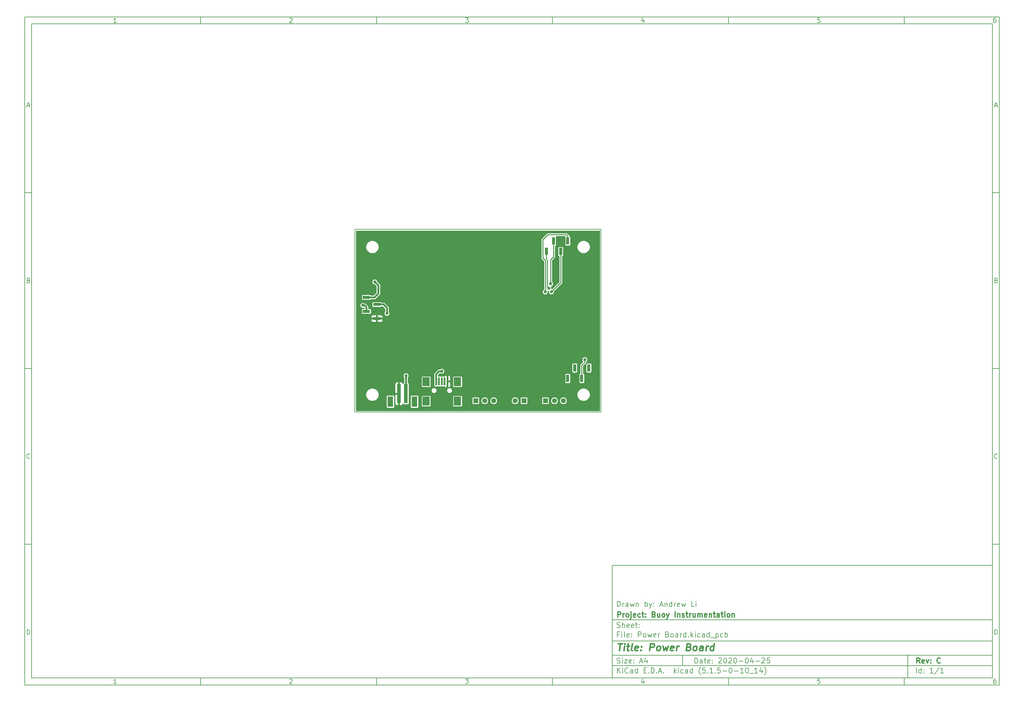
<source format=gtl>
G04 #@! TF.GenerationSoftware,KiCad,Pcbnew,(5.1.5-0-10_14)*
G04 #@! TF.CreationDate,2020-04-26T15:29:48+12:00*
G04 #@! TF.ProjectId,Power Board,506f7765-7220-4426-9f61-72642e6b6963,C*
G04 #@! TF.SameCoordinates,Original*
G04 #@! TF.FileFunction,Copper,L1,Top*
G04 #@! TF.FilePolarity,Positive*
%FSLAX46Y46*%
G04 Gerber Fmt 4.6, Leading zero omitted, Abs format (unit mm)*
G04 Created by KiCad (PCBNEW (5.1.5-0-10_14)) date 2020-04-26 15:29:48*
%MOMM*%
%LPD*%
G04 APERTURE LIST*
%ADD10C,0.100000*%
%ADD11C,0.150000*%
%ADD12C,0.300000*%
%ADD13C,0.400000*%
%ADD14C,0.200000*%
%ADD15R,2.100000X0.850000*%
%ADD16R,1.998980X2.499360*%
%ADD17R,0.500380X2.301240*%
%ADD18R,0.850000X2.100000*%
%ADD19C,1.397000*%
%ADD20R,1.397000X1.397000*%
%ADD21R,1.600000X3.000000*%
%ADD22R,1.000000X5.500000*%
%ADD23C,0.900000*%
%ADD24C,0.254000*%
%ADD25C,0.508000*%
G04 APERTURE END LIST*
D10*
D11*
X177002200Y-166007200D02*
X177002200Y-198007200D01*
X285002200Y-198007200D01*
X285002200Y-166007200D01*
X177002200Y-166007200D01*
D10*
D11*
X10000000Y-10000000D02*
X10000000Y-200007200D01*
X287002200Y-200007200D01*
X287002200Y-10000000D01*
X10000000Y-10000000D01*
D10*
D11*
X12000000Y-12000000D02*
X12000000Y-198007200D01*
X285002200Y-198007200D01*
X285002200Y-12000000D01*
X12000000Y-12000000D01*
D10*
D11*
X60000000Y-12000000D02*
X60000000Y-10000000D01*
D10*
D11*
X110000000Y-12000000D02*
X110000000Y-10000000D01*
D10*
D11*
X160000000Y-12000000D02*
X160000000Y-10000000D01*
D10*
D11*
X210000000Y-12000000D02*
X210000000Y-10000000D01*
D10*
D11*
X260000000Y-12000000D02*
X260000000Y-10000000D01*
D10*
D11*
X36065476Y-11588095D02*
X35322619Y-11588095D01*
X35694047Y-11588095D02*
X35694047Y-10288095D01*
X35570238Y-10473809D01*
X35446428Y-10597619D01*
X35322619Y-10659523D01*
D10*
D11*
X85322619Y-10411904D02*
X85384523Y-10350000D01*
X85508333Y-10288095D01*
X85817857Y-10288095D01*
X85941666Y-10350000D01*
X86003571Y-10411904D01*
X86065476Y-10535714D01*
X86065476Y-10659523D01*
X86003571Y-10845238D01*
X85260714Y-11588095D01*
X86065476Y-11588095D01*
D10*
D11*
X135260714Y-10288095D02*
X136065476Y-10288095D01*
X135632142Y-10783333D01*
X135817857Y-10783333D01*
X135941666Y-10845238D01*
X136003571Y-10907142D01*
X136065476Y-11030952D01*
X136065476Y-11340476D01*
X136003571Y-11464285D01*
X135941666Y-11526190D01*
X135817857Y-11588095D01*
X135446428Y-11588095D01*
X135322619Y-11526190D01*
X135260714Y-11464285D01*
D10*
D11*
X185941666Y-10721428D02*
X185941666Y-11588095D01*
X185632142Y-10226190D02*
X185322619Y-11154761D01*
X186127380Y-11154761D01*
D10*
D11*
X236003571Y-10288095D02*
X235384523Y-10288095D01*
X235322619Y-10907142D01*
X235384523Y-10845238D01*
X235508333Y-10783333D01*
X235817857Y-10783333D01*
X235941666Y-10845238D01*
X236003571Y-10907142D01*
X236065476Y-11030952D01*
X236065476Y-11340476D01*
X236003571Y-11464285D01*
X235941666Y-11526190D01*
X235817857Y-11588095D01*
X235508333Y-11588095D01*
X235384523Y-11526190D01*
X235322619Y-11464285D01*
D10*
D11*
X285941666Y-10288095D02*
X285694047Y-10288095D01*
X285570238Y-10350000D01*
X285508333Y-10411904D01*
X285384523Y-10597619D01*
X285322619Y-10845238D01*
X285322619Y-11340476D01*
X285384523Y-11464285D01*
X285446428Y-11526190D01*
X285570238Y-11588095D01*
X285817857Y-11588095D01*
X285941666Y-11526190D01*
X286003571Y-11464285D01*
X286065476Y-11340476D01*
X286065476Y-11030952D01*
X286003571Y-10907142D01*
X285941666Y-10845238D01*
X285817857Y-10783333D01*
X285570238Y-10783333D01*
X285446428Y-10845238D01*
X285384523Y-10907142D01*
X285322619Y-11030952D01*
D10*
D11*
X60000000Y-198007200D02*
X60000000Y-200007200D01*
D10*
D11*
X110000000Y-198007200D02*
X110000000Y-200007200D01*
D10*
D11*
X160000000Y-198007200D02*
X160000000Y-200007200D01*
D10*
D11*
X210000000Y-198007200D02*
X210000000Y-200007200D01*
D10*
D11*
X260000000Y-198007200D02*
X260000000Y-200007200D01*
D10*
D11*
X36065476Y-199595295D02*
X35322619Y-199595295D01*
X35694047Y-199595295D02*
X35694047Y-198295295D01*
X35570238Y-198481009D01*
X35446428Y-198604819D01*
X35322619Y-198666723D01*
D10*
D11*
X85322619Y-198419104D02*
X85384523Y-198357200D01*
X85508333Y-198295295D01*
X85817857Y-198295295D01*
X85941666Y-198357200D01*
X86003571Y-198419104D01*
X86065476Y-198542914D01*
X86065476Y-198666723D01*
X86003571Y-198852438D01*
X85260714Y-199595295D01*
X86065476Y-199595295D01*
D10*
D11*
X135260714Y-198295295D02*
X136065476Y-198295295D01*
X135632142Y-198790533D01*
X135817857Y-198790533D01*
X135941666Y-198852438D01*
X136003571Y-198914342D01*
X136065476Y-199038152D01*
X136065476Y-199347676D01*
X136003571Y-199471485D01*
X135941666Y-199533390D01*
X135817857Y-199595295D01*
X135446428Y-199595295D01*
X135322619Y-199533390D01*
X135260714Y-199471485D01*
D10*
D11*
X185941666Y-198728628D02*
X185941666Y-199595295D01*
X185632142Y-198233390D02*
X185322619Y-199161961D01*
X186127380Y-199161961D01*
D10*
D11*
X236003571Y-198295295D02*
X235384523Y-198295295D01*
X235322619Y-198914342D01*
X235384523Y-198852438D01*
X235508333Y-198790533D01*
X235817857Y-198790533D01*
X235941666Y-198852438D01*
X236003571Y-198914342D01*
X236065476Y-199038152D01*
X236065476Y-199347676D01*
X236003571Y-199471485D01*
X235941666Y-199533390D01*
X235817857Y-199595295D01*
X235508333Y-199595295D01*
X235384523Y-199533390D01*
X235322619Y-199471485D01*
D10*
D11*
X285941666Y-198295295D02*
X285694047Y-198295295D01*
X285570238Y-198357200D01*
X285508333Y-198419104D01*
X285384523Y-198604819D01*
X285322619Y-198852438D01*
X285322619Y-199347676D01*
X285384523Y-199471485D01*
X285446428Y-199533390D01*
X285570238Y-199595295D01*
X285817857Y-199595295D01*
X285941666Y-199533390D01*
X286003571Y-199471485D01*
X286065476Y-199347676D01*
X286065476Y-199038152D01*
X286003571Y-198914342D01*
X285941666Y-198852438D01*
X285817857Y-198790533D01*
X285570238Y-198790533D01*
X285446428Y-198852438D01*
X285384523Y-198914342D01*
X285322619Y-199038152D01*
D10*
D11*
X10000000Y-60000000D02*
X12000000Y-60000000D01*
D10*
D11*
X10000000Y-110000000D02*
X12000000Y-110000000D01*
D10*
D11*
X10000000Y-160000000D02*
X12000000Y-160000000D01*
D10*
D11*
X10690476Y-35216666D02*
X11309523Y-35216666D01*
X10566666Y-35588095D02*
X11000000Y-34288095D01*
X11433333Y-35588095D01*
D10*
D11*
X11092857Y-84907142D02*
X11278571Y-84969047D01*
X11340476Y-85030952D01*
X11402380Y-85154761D01*
X11402380Y-85340476D01*
X11340476Y-85464285D01*
X11278571Y-85526190D01*
X11154761Y-85588095D01*
X10659523Y-85588095D01*
X10659523Y-84288095D01*
X11092857Y-84288095D01*
X11216666Y-84350000D01*
X11278571Y-84411904D01*
X11340476Y-84535714D01*
X11340476Y-84659523D01*
X11278571Y-84783333D01*
X11216666Y-84845238D01*
X11092857Y-84907142D01*
X10659523Y-84907142D01*
D10*
D11*
X11402380Y-135464285D02*
X11340476Y-135526190D01*
X11154761Y-135588095D01*
X11030952Y-135588095D01*
X10845238Y-135526190D01*
X10721428Y-135402380D01*
X10659523Y-135278571D01*
X10597619Y-135030952D01*
X10597619Y-134845238D01*
X10659523Y-134597619D01*
X10721428Y-134473809D01*
X10845238Y-134350000D01*
X11030952Y-134288095D01*
X11154761Y-134288095D01*
X11340476Y-134350000D01*
X11402380Y-134411904D01*
D10*
D11*
X10659523Y-185588095D02*
X10659523Y-184288095D01*
X10969047Y-184288095D01*
X11154761Y-184350000D01*
X11278571Y-184473809D01*
X11340476Y-184597619D01*
X11402380Y-184845238D01*
X11402380Y-185030952D01*
X11340476Y-185278571D01*
X11278571Y-185402380D01*
X11154761Y-185526190D01*
X10969047Y-185588095D01*
X10659523Y-185588095D01*
D10*
D11*
X287002200Y-60000000D02*
X285002200Y-60000000D01*
D10*
D11*
X287002200Y-110000000D02*
X285002200Y-110000000D01*
D10*
D11*
X287002200Y-160000000D02*
X285002200Y-160000000D01*
D10*
D11*
X285692676Y-35216666D02*
X286311723Y-35216666D01*
X285568866Y-35588095D02*
X286002200Y-34288095D01*
X286435533Y-35588095D01*
D10*
D11*
X286095057Y-84907142D02*
X286280771Y-84969047D01*
X286342676Y-85030952D01*
X286404580Y-85154761D01*
X286404580Y-85340476D01*
X286342676Y-85464285D01*
X286280771Y-85526190D01*
X286156961Y-85588095D01*
X285661723Y-85588095D01*
X285661723Y-84288095D01*
X286095057Y-84288095D01*
X286218866Y-84350000D01*
X286280771Y-84411904D01*
X286342676Y-84535714D01*
X286342676Y-84659523D01*
X286280771Y-84783333D01*
X286218866Y-84845238D01*
X286095057Y-84907142D01*
X285661723Y-84907142D01*
D10*
D11*
X286404580Y-135464285D02*
X286342676Y-135526190D01*
X286156961Y-135588095D01*
X286033152Y-135588095D01*
X285847438Y-135526190D01*
X285723628Y-135402380D01*
X285661723Y-135278571D01*
X285599819Y-135030952D01*
X285599819Y-134845238D01*
X285661723Y-134597619D01*
X285723628Y-134473809D01*
X285847438Y-134350000D01*
X286033152Y-134288095D01*
X286156961Y-134288095D01*
X286342676Y-134350000D01*
X286404580Y-134411904D01*
D10*
D11*
X285661723Y-185588095D02*
X285661723Y-184288095D01*
X285971247Y-184288095D01*
X286156961Y-184350000D01*
X286280771Y-184473809D01*
X286342676Y-184597619D01*
X286404580Y-184845238D01*
X286404580Y-185030952D01*
X286342676Y-185278571D01*
X286280771Y-185402380D01*
X286156961Y-185526190D01*
X285971247Y-185588095D01*
X285661723Y-185588095D01*
D10*
D11*
X200434342Y-193785771D02*
X200434342Y-192285771D01*
X200791485Y-192285771D01*
X201005771Y-192357200D01*
X201148628Y-192500057D01*
X201220057Y-192642914D01*
X201291485Y-192928628D01*
X201291485Y-193142914D01*
X201220057Y-193428628D01*
X201148628Y-193571485D01*
X201005771Y-193714342D01*
X200791485Y-193785771D01*
X200434342Y-193785771D01*
X202577200Y-193785771D02*
X202577200Y-193000057D01*
X202505771Y-192857200D01*
X202362914Y-192785771D01*
X202077200Y-192785771D01*
X201934342Y-192857200D01*
X202577200Y-193714342D02*
X202434342Y-193785771D01*
X202077200Y-193785771D01*
X201934342Y-193714342D01*
X201862914Y-193571485D01*
X201862914Y-193428628D01*
X201934342Y-193285771D01*
X202077200Y-193214342D01*
X202434342Y-193214342D01*
X202577200Y-193142914D01*
X203077200Y-192785771D02*
X203648628Y-192785771D01*
X203291485Y-192285771D02*
X203291485Y-193571485D01*
X203362914Y-193714342D01*
X203505771Y-193785771D01*
X203648628Y-193785771D01*
X204720057Y-193714342D02*
X204577200Y-193785771D01*
X204291485Y-193785771D01*
X204148628Y-193714342D01*
X204077200Y-193571485D01*
X204077200Y-193000057D01*
X204148628Y-192857200D01*
X204291485Y-192785771D01*
X204577200Y-192785771D01*
X204720057Y-192857200D01*
X204791485Y-193000057D01*
X204791485Y-193142914D01*
X204077200Y-193285771D01*
X205434342Y-193642914D02*
X205505771Y-193714342D01*
X205434342Y-193785771D01*
X205362914Y-193714342D01*
X205434342Y-193642914D01*
X205434342Y-193785771D01*
X205434342Y-192857200D02*
X205505771Y-192928628D01*
X205434342Y-193000057D01*
X205362914Y-192928628D01*
X205434342Y-192857200D01*
X205434342Y-193000057D01*
X207220057Y-192428628D02*
X207291485Y-192357200D01*
X207434342Y-192285771D01*
X207791485Y-192285771D01*
X207934342Y-192357200D01*
X208005771Y-192428628D01*
X208077200Y-192571485D01*
X208077200Y-192714342D01*
X208005771Y-192928628D01*
X207148628Y-193785771D01*
X208077200Y-193785771D01*
X209005771Y-192285771D02*
X209148628Y-192285771D01*
X209291485Y-192357200D01*
X209362914Y-192428628D01*
X209434342Y-192571485D01*
X209505771Y-192857200D01*
X209505771Y-193214342D01*
X209434342Y-193500057D01*
X209362914Y-193642914D01*
X209291485Y-193714342D01*
X209148628Y-193785771D01*
X209005771Y-193785771D01*
X208862914Y-193714342D01*
X208791485Y-193642914D01*
X208720057Y-193500057D01*
X208648628Y-193214342D01*
X208648628Y-192857200D01*
X208720057Y-192571485D01*
X208791485Y-192428628D01*
X208862914Y-192357200D01*
X209005771Y-192285771D01*
X210077200Y-192428628D02*
X210148628Y-192357200D01*
X210291485Y-192285771D01*
X210648628Y-192285771D01*
X210791485Y-192357200D01*
X210862914Y-192428628D01*
X210934342Y-192571485D01*
X210934342Y-192714342D01*
X210862914Y-192928628D01*
X210005771Y-193785771D01*
X210934342Y-193785771D01*
X211862914Y-192285771D02*
X212005771Y-192285771D01*
X212148628Y-192357200D01*
X212220057Y-192428628D01*
X212291485Y-192571485D01*
X212362914Y-192857200D01*
X212362914Y-193214342D01*
X212291485Y-193500057D01*
X212220057Y-193642914D01*
X212148628Y-193714342D01*
X212005771Y-193785771D01*
X211862914Y-193785771D01*
X211720057Y-193714342D01*
X211648628Y-193642914D01*
X211577200Y-193500057D01*
X211505771Y-193214342D01*
X211505771Y-192857200D01*
X211577200Y-192571485D01*
X211648628Y-192428628D01*
X211720057Y-192357200D01*
X211862914Y-192285771D01*
X213005771Y-193214342D02*
X214148628Y-193214342D01*
X215148628Y-192285771D02*
X215291485Y-192285771D01*
X215434342Y-192357200D01*
X215505771Y-192428628D01*
X215577200Y-192571485D01*
X215648628Y-192857200D01*
X215648628Y-193214342D01*
X215577200Y-193500057D01*
X215505771Y-193642914D01*
X215434342Y-193714342D01*
X215291485Y-193785771D01*
X215148628Y-193785771D01*
X215005771Y-193714342D01*
X214934342Y-193642914D01*
X214862914Y-193500057D01*
X214791485Y-193214342D01*
X214791485Y-192857200D01*
X214862914Y-192571485D01*
X214934342Y-192428628D01*
X215005771Y-192357200D01*
X215148628Y-192285771D01*
X216934342Y-192785771D02*
X216934342Y-193785771D01*
X216577200Y-192214342D02*
X216220057Y-193285771D01*
X217148628Y-193285771D01*
X217720057Y-193214342D02*
X218862914Y-193214342D01*
X219505771Y-192428628D02*
X219577200Y-192357200D01*
X219720057Y-192285771D01*
X220077200Y-192285771D01*
X220220057Y-192357200D01*
X220291485Y-192428628D01*
X220362914Y-192571485D01*
X220362914Y-192714342D01*
X220291485Y-192928628D01*
X219434342Y-193785771D01*
X220362914Y-193785771D01*
X221720057Y-192285771D02*
X221005771Y-192285771D01*
X220934342Y-193000057D01*
X221005771Y-192928628D01*
X221148628Y-192857200D01*
X221505771Y-192857200D01*
X221648628Y-192928628D01*
X221720057Y-193000057D01*
X221791485Y-193142914D01*
X221791485Y-193500057D01*
X221720057Y-193642914D01*
X221648628Y-193714342D01*
X221505771Y-193785771D01*
X221148628Y-193785771D01*
X221005771Y-193714342D01*
X220934342Y-193642914D01*
D10*
D11*
X177002200Y-194507200D02*
X285002200Y-194507200D01*
D10*
D11*
X178434342Y-196585771D02*
X178434342Y-195085771D01*
X179291485Y-196585771D02*
X178648628Y-195728628D01*
X179291485Y-195085771D02*
X178434342Y-195942914D01*
X179934342Y-196585771D02*
X179934342Y-195585771D01*
X179934342Y-195085771D02*
X179862914Y-195157200D01*
X179934342Y-195228628D01*
X180005771Y-195157200D01*
X179934342Y-195085771D01*
X179934342Y-195228628D01*
X181505771Y-196442914D02*
X181434342Y-196514342D01*
X181220057Y-196585771D01*
X181077200Y-196585771D01*
X180862914Y-196514342D01*
X180720057Y-196371485D01*
X180648628Y-196228628D01*
X180577200Y-195942914D01*
X180577200Y-195728628D01*
X180648628Y-195442914D01*
X180720057Y-195300057D01*
X180862914Y-195157200D01*
X181077200Y-195085771D01*
X181220057Y-195085771D01*
X181434342Y-195157200D01*
X181505771Y-195228628D01*
X182791485Y-196585771D02*
X182791485Y-195800057D01*
X182720057Y-195657200D01*
X182577200Y-195585771D01*
X182291485Y-195585771D01*
X182148628Y-195657200D01*
X182791485Y-196514342D02*
X182648628Y-196585771D01*
X182291485Y-196585771D01*
X182148628Y-196514342D01*
X182077200Y-196371485D01*
X182077200Y-196228628D01*
X182148628Y-196085771D01*
X182291485Y-196014342D01*
X182648628Y-196014342D01*
X182791485Y-195942914D01*
X184148628Y-196585771D02*
X184148628Y-195085771D01*
X184148628Y-196514342D02*
X184005771Y-196585771D01*
X183720057Y-196585771D01*
X183577200Y-196514342D01*
X183505771Y-196442914D01*
X183434342Y-196300057D01*
X183434342Y-195871485D01*
X183505771Y-195728628D01*
X183577200Y-195657200D01*
X183720057Y-195585771D01*
X184005771Y-195585771D01*
X184148628Y-195657200D01*
X186005771Y-195800057D02*
X186505771Y-195800057D01*
X186720057Y-196585771D02*
X186005771Y-196585771D01*
X186005771Y-195085771D01*
X186720057Y-195085771D01*
X187362914Y-196442914D02*
X187434342Y-196514342D01*
X187362914Y-196585771D01*
X187291485Y-196514342D01*
X187362914Y-196442914D01*
X187362914Y-196585771D01*
X188077200Y-196585771D02*
X188077200Y-195085771D01*
X188434342Y-195085771D01*
X188648628Y-195157200D01*
X188791485Y-195300057D01*
X188862914Y-195442914D01*
X188934342Y-195728628D01*
X188934342Y-195942914D01*
X188862914Y-196228628D01*
X188791485Y-196371485D01*
X188648628Y-196514342D01*
X188434342Y-196585771D01*
X188077200Y-196585771D01*
X189577200Y-196442914D02*
X189648628Y-196514342D01*
X189577200Y-196585771D01*
X189505771Y-196514342D01*
X189577200Y-196442914D01*
X189577200Y-196585771D01*
X190220057Y-196157200D02*
X190934342Y-196157200D01*
X190077200Y-196585771D02*
X190577200Y-195085771D01*
X191077200Y-196585771D01*
X191577200Y-196442914D02*
X191648628Y-196514342D01*
X191577200Y-196585771D01*
X191505771Y-196514342D01*
X191577200Y-196442914D01*
X191577200Y-196585771D01*
X194577200Y-196585771D02*
X194577200Y-195085771D01*
X194720057Y-196014342D02*
X195148628Y-196585771D01*
X195148628Y-195585771D02*
X194577200Y-196157200D01*
X195791485Y-196585771D02*
X195791485Y-195585771D01*
X195791485Y-195085771D02*
X195720057Y-195157200D01*
X195791485Y-195228628D01*
X195862914Y-195157200D01*
X195791485Y-195085771D01*
X195791485Y-195228628D01*
X197148628Y-196514342D02*
X197005771Y-196585771D01*
X196720057Y-196585771D01*
X196577200Y-196514342D01*
X196505771Y-196442914D01*
X196434342Y-196300057D01*
X196434342Y-195871485D01*
X196505771Y-195728628D01*
X196577200Y-195657200D01*
X196720057Y-195585771D01*
X197005771Y-195585771D01*
X197148628Y-195657200D01*
X198434342Y-196585771D02*
X198434342Y-195800057D01*
X198362914Y-195657200D01*
X198220057Y-195585771D01*
X197934342Y-195585771D01*
X197791485Y-195657200D01*
X198434342Y-196514342D02*
X198291485Y-196585771D01*
X197934342Y-196585771D01*
X197791485Y-196514342D01*
X197720057Y-196371485D01*
X197720057Y-196228628D01*
X197791485Y-196085771D01*
X197934342Y-196014342D01*
X198291485Y-196014342D01*
X198434342Y-195942914D01*
X199791485Y-196585771D02*
X199791485Y-195085771D01*
X199791485Y-196514342D02*
X199648628Y-196585771D01*
X199362914Y-196585771D01*
X199220057Y-196514342D01*
X199148628Y-196442914D01*
X199077200Y-196300057D01*
X199077200Y-195871485D01*
X199148628Y-195728628D01*
X199220057Y-195657200D01*
X199362914Y-195585771D01*
X199648628Y-195585771D01*
X199791485Y-195657200D01*
X202077200Y-197157200D02*
X202005771Y-197085771D01*
X201862914Y-196871485D01*
X201791485Y-196728628D01*
X201720057Y-196514342D01*
X201648628Y-196157200D01*
X201648628Y-195871485D01*
X201720057Y-195514342D01*
X201791485Y-195300057D01*
X201862914Y-195157200D01*
X202005771Y-194942914D01*
X202077200Y-194871485D01*
X203362914Y-195085771D02*
X202648628Y-195085771D01*
X202577200Y-195800057D01*
X202648628Y-195728628D01*
X202791485Y-195657200D01*
X203148628Y-195657200D01*
X203291485Y-195728628D01*
X203362914Y-195800057D01*
X203434342Y-195942914D01*
X203434342Y-196300057D01*
X203362914Y-196442914D01*
X203291485Y-196514342D01*
X203148628Y-196585771D01*
X202791485Y-196585771D01*
X202648628Y-196514342D01*
X202577200Y-196442914D01*
X204077200Y-196442914D02*
X204148628Y-196514342D01*
X204077200Y-196585771D01*
X204005771Y-196514342D01*
X204077200Y-196442914D01*
X204077200Y-196585771D01*
X205577200Y-196585771D02*
X204720057Y-196585771D01*
X205148628Y-196585771D02*
X205148628Y-195085771D01*
X205005771Y-195300057D01*
X204862914Y-195442914D01*
X204720057Y-195514342D01*
X206220057Y-196442914D02*
X206291485Y-196514342D01*
X206220057Y-196585771D01*
X206148628Y-196514342D01*
X206220057Y-196442914D01*
X206220057Y-196585771D01*
X207648628Y-195085771D02*
X206934342Y-195085771D01*
X206862914Y-195800057D01*
X206934342Y-195728628D01*
X207077200Y-195657200D01*
X207434342Y-195657200D01*
X207577200Y-195728628D01*
X207648628Y-195800057D01*
X207720057Y-195942914D01*
X207720057Y-196300057D01*
X207648628Y-196442914D01*
X207577200Y-196514342D01*
X207434342Y-196585771D01*
X207077200Y-196585771D01*
X206934342Y-196514342D01*
X206862914Y-196442914D01*
X208362914Y-196014342D02*
X209505771Y-196014342D01*
X210505771Y-195085771D02*
X210648628Y-195085771D01*
X210791485Y-195157200D01*
X210862914Y-195228628D01*
X210934342Y-195371485D01*
X211005771Y-195657200D01*
X211005771Y-196014342D01*
X210934342Y-196300057D01*
X210862914Y-196442914D01*
X210791485Y-196514342D01*
X210648628Y-196585771D01*
X210505771Y-196585771D01*
X210362914Y-196514342D01*
X210291485Y-196442914D01*
X210220057Y-196300057D01*
X210148628Y-196014342D01*
X210148628Y-195657200D01*
X210220057Y-195371485D01*
X210291485Y-195228628D01*
X210362914Y-195157200D01*
X210505771Y-195085771D01*
X211648628Y-196014342D02*
X212791485Y-196014342D01*
X214291485Y-196585771D02*
X213434342Y-196585771D01*
X213862914Y-196585771D02*
X213862914Y-195085771D01*
X213720057Y-195300057D01*
X213577200Y-195442914D01*
X213434342Y-195514342D01*
X215220057Y-195085771D02*
X215362914Y-195085771D01*
X215505771Y-195157200D01*
X215577200Y-195228628D01*
X215648628Y-195371485D01*
X215720057Y-195657200D01*
X215720057Y-196014342D01*
X215648628Y-196300057D01*
X215577200Y-196442914D01*
X215505771Y-196514342D01*
X215362914Y-196585771D01*
X215220057Y-196585771D01*
X215077200Y-196514342D01*
X215005771Y-196442914D01*
X214934342Y-196300057D01*
X214862914Y-196014342D01*
X214862914Y-195657200D01*
X214934342Y-195371485D01*
X215005771Y-195228628D01*
X215077200Y-195157200D01*
X215220057Y-195085771D01*
X216005771Y-196728628D02*
X217148628Y-196728628D01*
X218291485Y-196585771D02*
X217434342Y-196585771D01*
X217862914Y-196585771D02*
X217862914Y-195085771D01*
X217720057Y-195300057D01*
X217577200Y-195442914D01*
X217434342Y-195514342D01*
X219577200Y-195585771D02*
X219577200Y-196585771D01*
X219220057Y-195014342D02*
X218862914Y-196085771D01*
X219791485Y-196085771D01*
X220220057Y-197157200D02*
X220291485Y-197085771D01*
X220434342Y-196871485D01*
X220505771Y-196728628D01*
X220577200Y-196514342D01*
X220648628Y-196157200D01*
X220648628Y-195871485D01*
X220577200Y-195514342D01*
X220505771Y-195300057D01*
X220434342Y-195157200D01*
X220291485Y-194942914D01*
X220220057Y-194871485D01*
D10*
D11*
X177002200Y-191507200D02*
X285002200Y-191507200D01*
D10*
D12*
X264411485Y-193785771D02*
X263911485Y-193071485D01*
X263554342Y-193785771D02*
X263554342Y-192285771D01*
X264125771Y-192285771D01*
X264268628Y-192357200D01*
X264340057Y-192428628D01*
X264411485Y-192571485D01*
X264411485Y-192785771D01*
X264340057Y-192928628D01*
X264268628Y-193000057D01*
X264125771Y-193071485D01*
X263554342Y-193071485D01*
X265625771Y-193714342D02*
X265482914Y-193785771D01*
X265197200Y-193785771D01*
X265054342Y-193714342D01*
X264982914Y-193571485D01*
X264982914Y-193000057D01*
X265054342Y-192857200D01*
X265197200Y-192785771D01*
X265482914Y-192785771D01*
X265625771Y-192857200D01*
X265697200Y-193000057D01*
X265697200Y-193142914D01*
X264982914Y-193285771D01*
X266197200Y-192785771D02*
X266554342Y-193785771D01*
X266911485Y-192785771D01*
X267482914Y-193642914D02*
X267554342Y-193714342D01*
X267482914Y-193785771D01*
X267411485Y-193714342D01*
X267482914Y-193642914D01*
X267482914Y-193785771D01*
X267482914Y-192857200D02*
X267554342Y-192928628D01*
X267482914Y-193000057D01*
X267411485Y-192928628D01*
X267482914Y-192857200D01*
X267482914Y-193000057D01*
X270197200Y-193642914D02*
X270125771Y-193714342D01*
X269911485Y-193785771D01*
X269768628Y-193785771D01*
X269554342Y-193714342D01*
X269411485Y-193571485D01*
X269340057Y-193428628D01*
X269268628Y-193142914D01*
X269268628Y-192928628D01*
X269340057Y-192642914D01*
X269411485Y-192500057D01*
X269554342Y-192357200D01*
X269768628Y-192285771D01*
X269911485Y-192285771D01*
X270125771Y-192357200D01*
X270197200Y-192428628D01*
D10*
D11*
X178362914Y-193714342D02*
X178577200Y-193785771D01*
X178934342Y-193785771D01*
X179077200Y-193714342D01*
X179148628Y-193642914D01*
X179220057Y-193500057D01*
X179220057Y-193357200D01*
X179148628Y-193214342D01*
X179077200Y-193142914D01*
X178934342Y-193071485D01*
X178648628Y-193000057D01*
X178505771Y-192928628D01*
X178434342Y-192857200D01*
X178362914Y-192714342D01*
X178362914Y-192571485D01*
X178434342Y-192428628D01*
X178505771Y-192357200D01*
X178648628Y-192285771D01*
X179005771Y-192285771D01*
X179220057Y-192357200D01*
X179862914Y-193785771D02*
X179862914Y-192785771D01*
X179862914Y-192285771D02*
X179791485Y-192357200D01*
X179862914Y-192428628D01*
X179934342Y-192357200D01*
X179862914Y-192285771D01*
X179862914Y-192428628D01*
X180434342Y-192785771D02*
X181220057Y-192785771D01*
X180434342Y-193785771D01*
X181220057Y-193785771D01*
X182362914Y-193714342D02*
X182220057Y-193785771D01*
X181934342Y-193785771D01*
X181791485Y-193714342D01*
X181720057Y-193571485D01*
X181720057Y-193000057D01*
X181791485Y-192857200D01*
X181934342Y-192785771D01*
X182220057Y-192785771D01*
X182362914Y-192857200D01*
X182434342Y-193000057D01*
X182434342Y-193142914D01*
X181720057Y-193285771D01*
X183077200Y-193642914D02*
X183148628Y-193714342D01*
X183077200Y-193785771D01*
X183005771Y-193714342D01*
X183077200Y-193642914D01*
X183077200Y-193785771D01*
X183077200Y-192857200D02*
X183148628Y-192928628D01*
X183077200Y-193000057D01*
X183005771Y-192928628D01*
X183077200Y-192857200D01*
X183077200Y-193000057D01*
X184862914Y-193357200D02*
X185577200Y-193357200D01*
X184720057Y-193785771D02*
X185220057Y-192285771D01*
X185720057Y-193785771D01*
X186862914Y-192785771D02*
X186862914Y-193785771D01*
X186505771Y-192214342D02*
X186148628Y-193285771D01*
X187077200Y-193285771D01*
D10*
D11*
X263434342Y-196585771D02*
X263434342Y-195085771D01*
X264791485Y-196585771D02*
X264791485Y-195085771D01*
X264791485Y-196514342D02*
X264648628Y-196585771D01*
X264362914Y-196585771D01*
X264220057Y-196514342D01*
X264148628Y-196442914D01*
X264077200Y-196300057D01*
X264077200Y-195871485D01*
X264148628Y-195728628D01*
X264220057Y-195657200D01*
X264362914Y-195585771D01*
X264648628Y-195585771D01*
X264791485Y-195657200D01*
X265505771Y-196442914D02*
X265577200Y-196514342D01*
X265505771Y-196585771D01*
X265434342Y-196514342D01*
X265505771Y-196442914D01*
X265505771Y-196585771D01*
X265505771Y-195657200D02*
X265577200Y-195728628D01*
X265505771Y-195800057D01*
X265434342Y-195728628D01*
X265505771Y-195657200D01*
X265505771Y-195800057D01*
X268148628Y-196585771D02*
X267291485Y-196585771D01*
X267720057Y-196585771D02*
X267720057Y-195085771D01*
X267577200Y-195300057D01*
X267434342Y-195442914D01*
X267291485Y-195514342D01*
X269862914Y-195014342D02*
X268577200Y-196942914D01*
X271148628Y-196585771D02*
X270291485Y-196585771D01*
X270720057Y-196585771D02*
X270720057Y-195085771D01*
X270577200Y-195300057D01*
X270434342Y-195442914D01*
X270291485Y-195514342D01*
D10*
D11*
X177002200Y-187507200D02*
X285002200Y-187507200D01*
D10*
D13*
X178714580Y-188211961D02*
X179857438Y-188211961D01*
X179036009Y-190211961D02*
X179286009Y-188211961D01*
X180274104Y-190211961D02*
X180440771Y-188878628D01*
X180524104Y-188211961D02*
X180416961Y-188307200D01*
X180500295Y-188402438D01*
X180607438Y-188307200D01*
X180524104Y-188211961D01*
X180500295Y-188402438D01*
X181107438Y-188878628D02*
X181869342Y-188878628D01*
X181476485Y-188211961D02*
X181262200Y-189926247D01*
X181333628Y-190116723D01*
X181512200Y-190211961D01*
X181702676Y-190211961D01*
X182655057Y-190211961D02*
X182476485Y-190116723D01*
X182405057Y-189926247D01*
X182619342Y-188211961D01*
X184190771Y-190116723D02*
X183988390Y-190211961D01*
X183607438Y-190211961D01*
X183428866Y-190116723D01*
X183357438Y-189926247D01*
X183452676Y-189164342D01*
X183571723Y-188973866D01*
X183774104Y-188878628D01*
X184155057Y-188878628D01*
X184333628Y-188973866D01*
X184405057Y-189164342D01*
X184381247Y-189354819D01*
X183405057Y-189545295D01*
X185155057Y-190021485D02*
X185238390Y-190116723D01*
X185131247Y-190211961D01*
X185047914Y-190116723D01*
X185155057Y-190021485D01*
X185131247Y-190211961D01*
X185286009Y-188973866D02*
X185369342Y-189069104D01*
X185262200Y-189164342D01*
X185178866Y-189069104D01*
X185286009Y-188973866D01*
X185262200Y-189164342D01*
X187607438Y-190211961D02*
X187857438Y-188211961D01*
X188619342Y-188211961D01*
X188797914Y-188307200D01*
X188881247Y-188402438D01*
X188952676Y-188592914D01*
X188916961Y-188878628D01*
X188797914Y-189069104D01*
X188690771Y-189164342D01*
X188488390Y-189259580D01*
X187726485Y-189259580D01*
X189893152Y-190211961D02*
X189714580Y-190116723D01*
X189631247Y-190021485D01*
X189559819Y-189831009D01*
X189631247Y-189259580D01*
X189750295Y-189069104D01*
X189857438Y-188973866D01*
X190059819Y-188878628D01*
X190345533Y-188878628D01*
X190524104Y-188973866D01*
X190607438Y-189069104D01*
X190678866Y-189259580D01*
X190607438Y-189831009D01*
X190488390Y-190021485D01*
X190381247Y-190116723D01*
X190178866Y-190211961D01*
X189893152Y-190211961D01*
X191393152Y-188878628D02*
X191607438Y-190211961D01*
X192107438Y-189259580D01*
X192369342Y-190211961D01*
X192916961Y-188878628D01*
X194286009Y-190116723D02*
X194083628Y-190211961D01*
X193702676Y-190211961D01*
X193524104Y-190116723D01*
X193452676Y-189926247D01*
X193547914Y-189164342D01*
X193666961Y-188973866D01*
X193869342Y-188878628D01*
X194250295Y-188878628D01*
X194428866Y-188973866D01*
X194500295Y-189164342D01*
X194476485Y-189354819D01*
X193500295Y-189545295D01*
X195226485Y-190211961D02*
X195393152Y-188878628D01*
X195345533Y-189259580D02*
X195464580Y-189069104D01*
X195571723Y-188973866D01*
X195774104Y-188878628D01*
X195964580Y-188878628D01*
X198786009Y-189164342D02*
X199059819Y-189259580D01*
X199143152Y-189354819D01*
X199214580Y-189545295D01*
X199178866Y-189831009D01*
X199059819Y-190021485D01*
X198952676Y-190116723D01*
X198750295Y-190211961D01*
X197988390Y-190211961D01*
X198238390Y-188211961D01*
X198905057Y-188211961D01*
X199083628Y-188307200D01*
X199166961Y-188402438D01*
X199238390Y-188592914D01*
X199214580Y-188783390D01*
X199095533Y-188973866D01*
X198988390Y-189069104D01*
X198786009Y-189164342D01*
X198119342Y-189164342D01*
X200274104Y-190211961D02*
X200095533Y-190116723D01*
X200012200Y-190021485D01*
X199940771Y-189831009D01*
X200012200Y-189259580D01*
X200131247Y-189069104D01*
X200238390Y-188973866D01*
X200440771Y-188878628D01*
X200726485Y-188878628D01*
X200905057Y-188973866D01*
X200988390Y-189069104D01*
X201059819Y-189259580D01*
X200988390Y-189831009D01*
X200869342Y-190021485D01*
X200762200Y-190116723D01*
X200559819Y-190211961D01*
X200274104Y-190211961D01*
X202655057Y-190211961D02*
X202786009Y-189164342D01*
X202714580Y-188973866D01*
X202536009Y-188878628D01*
X202155057Y-188878628D01*
X201952676Y-188973866D01*
X202666961Y-190116723D02*
X202464580Y-190211961D01*
X201988390Y-190211961D01*
X201809819Y-190116723D01*
X201738390Y-189926247D01*
X201762200Y-189735771D01*
X201881247Y-189545295D01*
X202083628Y-189450057D01*
X202559819Y-189450057D01*
X202762200Y-189354819D01*
X203607438Y-190211961D02*
X203774104Y-188878628D01*
X203726485Y-189259580D02*
X203845533Y-189069104D01*
X203952676Y-188973866D01*
X204155057Y-188878628D01*
X204345533Y-188878628D01*
X205702676Y-190211961D02*
X205952676Y-188211961D01*
X205714580Y-190116723D02*
X205512200Y-190211961D01*
X205131247Y-190211961D01*
X204952676Y-190116723D01*
X204869342Y-190021485D01*
X204797914Y-189831009D01*
X204869342Y-189259580D01*
X204988390Y-189069104D01*
X205095533Y-188973866D01*
X205297914Y-188878628D01*
X205678866Y-188878628D01*
X205857438Y-188973866D01*
D10*
D11*
X178934342Y-185600057D02*
X178434342Y-185600057D01*
X178434342Y-186385771D02*
X178434342Y-184885771D01*
X179148628Y-184885771D01*
X179720057Y-186385771D02*
X179720057Y-185385771D01*
X179720057Y-184885771D02*
X179648628Y-184957200D01*
X179720057Y-185028628D01*
X179791485Y-184957200D01*
X179720057Y-184885771D01*
X179720057Y-185028628D01*
X180648628Y-186385771D02*
X180505771Y-186314342D01*
X180434342Y-186171485D01*
X180434342Y-184885771D01*
X181791485Y-186314342D02*
X181648628Y-186385771D01*
X181362914Y-186385771D01*
X181220057Y-186314342D01*
X181148628Y-186171485D01*
X181148628Y-185600057D01*
X181220057Y-185457200D01*
X181362914Y-185385771D01*
X181648628Y-185385771D01*
X181791485Y-185457200D01*
X181862914Y-185600057D01*
X181862914Y-185742914D01*
X181148628Y-185885771D01*
X182505771Y-186242914D02*
X182577200Y-186314342D01*
X182505771Y-186385771D01*
X182434342Y-186314342D01*
X182505771Y-186242914D01*
X182505771Y-186385771D01*
X182505771Y-185457200D02*
X182577200Y-185528628D01*
X182505771Y-185600057D01*
X182434342Y-185528628D01*
X182505771Y-185457200D01*
X182505771Y-185600057D01*
X184362914Y-186385771D02*
X184362914Y-184885771D01*
X184934342Y-184885771D01*
X185077200Y-184957200D01*
X185148628Y-185028628D01*
X185220057Y-185171485D01*
X185220057Y-185385771D01*
X185148628Y-185528628D01*
X185077200Y-185600057D01*
X184934342Y-185671485D01*
X184362914Y-185671485D01*
X186077200Y-186385771D02*
X185934342Y-186314342D01*
X185862914Y-186242914D01*
X185791485Y-186100057D01*
X185791485Y-185671485D01*
X185862914Y-185528628D01*
X185934342Y-185457200D01*
X186077200Y-185385771D01*
X186291485Y-185385771D01*
X186434342Y-185457200D01*
X186505771Y-185528628D01*
X186577200Y-185671485D01*
X186577200Y-186100057D01*
X186505771Y-186242914D01*
X186434342Y-186314342D01*
X186291485Y-186385771D01*
X186077200Y-186385771D01*
X187077200Y-185385771D02*
X187362914Y-186385771D01*
X187648628Y-185671485D01*
X187934342Y-186385771D01*
X188220057Y-185385771D01*
X189362914Y-186314342D02*
X189220057Y-186385771D01*
X188934342Y-186385771D01*
X188791485Y-186314342D01*
X188720057Y-186171485D01*
X188720057Y-185600057D01*
X188791485Y-185457200D01*
X188934342Y-185385771D01*
X189220057Y-185385771D01*
X189362914Y-185457200D01*
X189434342Y-185600057D01*
X189434342Y-185742914D01*
X188720057Y-185885771D01*
X190077200Y-186385771D02*
X190077200Y-185385771D01*
X190077200Y-185671485D02*
X190148628Y-185528628D01*
X190220057Y-185457200D01*
X190362914Y-185385771D01*
X190505771Y-185385771D01*
X192648628Y-185600057D02*
X192862914Y-185671485D01*
X192934342Y-185742914D01*
X193005771Y-185885771D01*
X193005771Y-186100057D01*
X192934342Y-186242914D01*
X192862914Y-186314342D01*
X192720057Y-186385771D01*
X192148628Y-186385771D01*
X192148628Y-184885771D01*
X192648628Y-184885771D01*
X192791485Y-184957200D01*
X192862914Y-185028628D01*
X192934342Y-185171485D01*
X192934342Y-185314342D01*
X192862914Y-185457200D01*
X192791485Y-185528628D01*
X192648628Y-185600057D01*
X192148628Y-185600057D01*
X193862914Y-186385771D02*
X193720057Y-186314342D01*
X193648628Y-186242914D01*
X193577200Y-186100057D01*
X193577200Y-185671485D01*
X193648628Y-185528628D01*
X193720057Y-185457200D01*
X193862914Y-185385771D01*
X194077200Y-185385771D01*
X194220057Y-185457200D01*
X194291485Y-185528628D01*
X194362914Y-185671485D01*
X194362914Y-186100057D01*
X194291485Y-186242914D01*
X194220057Y-186314342D01*
X194077200Y-186385771D01*
X193862914Y-186385771D01*
X195648628Y-186385771D02*
X195648628Y-185600057D01*
X195577200Y-185457200D01*
X195434342Y-185385771D01*
X195148628Y-185385771D01*
X195005771Y-185457200D01*
X195648628Y-186314342D02*
X195505771Y-186385771D01*
X195148628Y-186385771D01*
X195005771Y-186314342D01*
X194934342Y-186171485D01*
X194934342Y-186028628D01*
X195005771Y-185885771D01*
X195148628Y-185814342D01*
X195505771Y-185814342D01*
X195648628Y-185742914D01*
X196362914Y-186385771D02*
X196362914Y-185385771D01*
X196362914Y-185671485D02*
X196434342Y-185528628D01*
X196505771Y-185457200D01*
X196648628Y-185385771D01*
X196791485Y-185385771D01*
X197934342Y-186385771D02*
X197934342Y-184885771D01*
X197934342Y-186314342D02*
X197791485Y-186385771D01*
X197505771Y-186385771D01*
X197362914Y-186314342D01*
X197291485Y-186242914D01*
X197220057Y-186100057D01*
X197220057Y-185671485D01*
X197291485Y-185528628D01*
X197362914Y-185457200D01*
X197505771Y-185385771D01*
X197791485Y-185385771D01*
X197934342Y-185457200D01*
X198648628Y-186242914D02*
X198720057Y-186314342D01*
X198648628Y-186385771D01*
X198577200Y-186314342D01*
X198648628Y-186242914D01*
X198648628Y-186385771D01*
X199362914Y-186385771D02*
X199362914Y-184885771D01*
X199505771Y-185814342D02*
X199934342Y-186385771D01*
X199934342Y-185385771D02*
X199362914Y-185957200D01*
X200577200Y-186385771D02*
X200577200Y-185385771D01*
X200577200Y-184885771D02*
X200505771Y-184957200D01*
X200577200Y-185028628D01*
X200648628Y-184957200D01*
X200577200Y-184885771D01*
X200577200Y-185028628D01*
X201934342Y-186314342D02*
X201791485Y-186385771D01*
X201505771Y-186385771D01*
X201362914Y-186314342D01*
X201291485Y-186242914D01*
X201220057Y-186100057D01*
X201220057Y-185671485D01*
X201291485Y-185528628D01*
X201362914Y-185457200D01*
X201505771Y-185385771D01*
X201791485Y-185385771D01*
X201934342Y-185457200D01*
X203220057Y-186385771D02*
X203220057Y-185600057D01*
X203148628Y-185457200D01*
X203005771Y-185385771D01*
X202720057Y-185385771D01*
X202577200Y-185457200D01*
X203220057Y-186314342D02*
X203077200Y-186385771D01*
X202720057Y-186385771D01*
X202577200Y-186314342D01*
X202505771Y-186171485D01*
X202505771Y-186028628D01*
X202577200Y-185885771D01*
X202720057Y-185814342D01*
X203077200Y-185814342D01*
X203220057Y-185742914D01*
X204577200Y-186385771D02*
X204577200Y-184885771D01*
X204577200Y-186314342D02*
X204434342Y-186385771D01*
X204148628Y-186385771D01*
X204005771Y-186314342D01*
X203934342Y-186242914D01*
X203862914Y-186100057D01*
X203862914Y-185671485D01*
X203934342Y-185528628D01*
X204005771Y-185457200D01*
X204148628Y-185385771D01*
X204434342Y-185385771D01*
X204577200Y-185457200D01*
X204934342Y-186528628D02*
X206077200Y-186528628D01*
X206434342Y-185385771D02*
X206434342Y-186885771D01*
X206434342Y-185457200D02*
X206577200Y-185385771D01*
X206862914Y-185385771D01*
X207005771Y-185457200D01*
X207077200Y-185528628D01*
X207148628Y-185671485D01*
X207148628Y-186100057D01*
X207077200Y-186242914D01*
X207005771Y-186314342D01*
X206862914Y-186385771D01*
X206577200Y-186385771D01*
X206434342Y-186314342D01*
X208434342Y-186314342D02*
X208291485Y-186385771D01*
X208005771Y-186385771D01*
X207862914Y-186314342D01*
X207791485Y-186242914D01*
X207720057Y-186100057D01*
X207720057Y-185671485D01*
X207791485Y-185528628D01*
X207862914Y-185457200D01*
X208005771Y-185385771D01*
X208291485Y-185385771D01*
X208434342Y-185457200D01*
X209077200Y-186385771D02*
X209077200Y-184885771D01*
X209077200Y-185457200D02*
X209220057Y-185385771D01*
X209505771Y-185385771D01*
X209648628Y-185457200D01*
X209720057Y-185528628D01*
X209791485Y-185671485D01*
X209791485Y-186100057D01*
X209720057Y-186242914D01*
X209648628Y-186314342D01*
X209505771Y-186385771D01*
X209220057Y-186385771D01*
X209077200Y-186314342D01*
D10*
D11*
X177002200Y-181507200D02*
X285002200Y-181507200D01*
D10*
D11*
X178362914Y-183614342D02*
X178577200Y-183685771D01*
X178934342Y-183685771D01*
X179077200Y-183614342D01*
X179148628Y-183542914D01*
X179220057Y-183400057D01*
X179220057Y-183257200D01*
X179148628Y-183114342D01*
X179077200Y-183042914D01*
X178934342Y-182971485D01*
X178648628Y-182900057D01*
X178505771Y-182828628D01*
X178434342Y-182757200D01*
X178362914Y-182614342D01*
X178362914Y-182471485D01*
X178434342Y-182328628D01*
X178505771Y-182257200D01*
X178648628Y-182185771D01*
X179005771Y-182185771D01*
X179220057Y-182257200D01*
X179862914Y-183685771D02*
X179862914Y-182185771D01*
X180505771Y-183685771D02*
X180505771Y-182900057D01*
X180434342Y-182757200D01*
X180291485Y-182685771D01*
X180077200Y-182685771D01*
X179934342Y-182757200D01*
X179862914Y-182828628D01*
X181791485Y-183614342D02*
X181648628Y-183685771D01*
X181362914Y-183685771D01*
X181220057Y-183614342D01*
X181148628Y-183471485D01*
X181148628Y-182900057D01*
X181220057Y-182757200D01*
X181362914Y-182685771D01*
X181648628Y-182685771D01*
X181791485Y-182757200D01*
X181862914Y-182900057D01*
X181862914Y-183042914D01*
X181148628Y-183185771D01*
X183077200Y-183614342D02*
X182934342Y-183685771D01*
X182648628Y-183685771D01*
X182505771Y-183614342D01*
X182434342Y-183471485D01*
X182434342Y-182900057D01*
X182505771Y-182757200D01*
X182648628Y-182685771D01*
X182934342Y-182685771D01*
X183077200Y-182757200D01*
X183148628Y-182900057D01*
X183148628Y-183042914D01*
X182434342Y-183185771D01*
X183577200Y-182685771D02*
X184148628Y-182685771D01*
X183791485Y-182185771D02*
X183791485Y-183471485D01*
X183862914Y-183614342D01*
X184005771Y-183685771D01*
X184148628Y-183685771D01*
X184648628Y-183542914D02*
X184720057Y-183614342D01*
X184648628Y-183685771D01*
X184577200Y-183614342D01*
X184648628Y-183542914D01*
X184648628Y-183685771D01*
X184648628Y-182757200D02*
X184720057Y-182828628D01*
X184648628Y-182900057D01*
X184577200Y-182828628D01*
X184648628Y-182757200D01*
X184648628Y-182900057D01*
D10*
D12*
X178554342Y-180685771D02*
X178554342Y-179185771D01*
X179125771Y-179185771D01*
X179268628Y-179257200D01*
X179340057Y-179328628D01*
X179411485Y-179471485D01*
X179411485Y-179685771D01*
X179340057Y-179828628D01*
X179268628Y-179900057D01*
X179125771Y-179971485D01*
X178554342Y-179971485D01*
X180054342Y-180685771D02*
X180054342Y-179685771D01*
X180054342Y-179971485D02*
X180125771Y-179828628D01*
X180197200Y-179757200D01*
X180340057Y-179685771D01*
X180482914Y-179685771D01*
X181197200Y-180685771D02*
X181054342Y-180614342D01*
X180982914Y-180542914D01*
X180911485Y-180400057D01*
X180911485Y-179971485D01*
X180982914Y-179828628D01*
X181054342Y-179757200D01*
X181197200Y-179685771D01*
X181411485Y-179685771D01*
X181554342Y-179757200D01*
X181625771Y-179828628D01*
X181697200Y-179971485D01*
X181697200Y-180400057D01*
X181625771Y-180542914D01*
X181554342Y-180614342D01*
X181411485Y-180685771D01*
X181197200Y-180685771D01*
X182340057Y-179685771D02*
X182340057Y-180971485D01*
X182268628Y-181114342D01*
X182125771Y-181185771D01*
X182054342Y-181185771D01*
X182340057Y-179185771D02*
X182268628Y-179257200D01*
X182340057Y-179328628D01*
X182411485Y-179257200D01*
X182340057Y-179185771D01*
X182340057Y-179328628D01*
X183625771Y-180614342D02*
X183482914Y-180685771D01*
X183197200Y-180685771D01*
X183054342Y-180614342D01*
X182982914Y-180471485D01*
X182982914Y-179900057D01*
X183054342Y-179757200D01*
X183197200Y-179685771D01*
X183482914Y-179685771D01*
X183625771Y-179757200D01*
X183697200Y-179900057D01*
X183697200Y-180042914D01*
X182982914Y-180185771D01*
X184982914Y-180614342D02*
X184840057Y-180685771D01*
X184554342Y-180685771D01*
X184411485Y-180614342D01*
X184340057Y-180542914D01*
X184268628Y-180400057D01*
X184268628Y-179971485D01*
X184340057Y-179828628D01*
X184411485Y-179757200D01*
X184554342Y-179685771D01*
X184840057Y-179685771D01*
X184982914Y-179757200D01*
X185411485Y-179685771D02*
X185982914Y-179685771D01*
X185625771Y-179185771D02*
X185625771Y-180471485D01*
X185697200Y-180614342D01*
X185840057Y-180685771D01*
X185982914Y-180685771D01*
X186482914Y-180542914D02*
X186554342Y-180614342D01*
X186482914Y-180685771D01*
X186411485Y-180614342D01*
X186482914Y-180542914D01*
X186482914Y-180685771D01*
X186482914Y-179757200D02*
X186554342Y-179828628D01*
X186482914Y-179900057D01*
X186411485Y-179828628D01*
X186482914Y-179757200D01*
X186482914Y-179900057D01*
X188840057Y-179900057D02*
X189054342Y-179971485D01*
X189125771Y-180042914D01*
X189197200Y-180185771D01*
X189197200Y-180400057D01*
X189125771Y-180542914D01*
X189054342Y-180614342D01*
X188911485Y-180685771D01*
X188340057Y-180685771D01*
X188340057Y-179185771D01*
X188840057Y-179185771D01*
X188982914Y-179257200D01*
X189054342Y-179328628D01*
X189125771Y-179471485D01*
X189125771Y-179614342D01*
X189054342Y-179757200D01*
X188982914Y-179828628D01*
X188840057Y-179900057D01*
X188340057Y-179900057D01*
X190482914Y-179685771D02*
X190482914Y-180685771D01*
X189840057Y-179685771D02*
X189840057Y-180471485D01*
X189911485Y-180614342D01*
X190054342Y-180685771D01*
X190268628Y-180685771D01*
X190411485Y-180614342D01*
X190482914Y-180542914D01*
X191411485Y-180685771D02*
X191268628Y-180614342D01*
X191197200Y-180542914D01*
X191125771Y-180400057D01*
X191125771Y-179971485D01*
X191197200Y-179828628D01*
X191268628Y-179757200D01*
X191411485Y-179685771D01*
X191625771Y-179685771D01*
X191768628Y-179757200D01*
X191840057Y-179828628D01*
X191911485Y-179971485D01*
X191911485Y-180400057D01*
X191840057Y-180542914D01*
X191768628Y-180614342D01*
X191625771Y-180685771D01*
X191411485Y-180685771D01*
X192411485Y-179685771D02*
X192768628Y-180685771D01*
X193125771Y-179685771D02*
X192768628Y-180685771D01*
X192625771Y-181042914D01*
X192554342Y-181114342D01*
X192411485Y-181185771D01*
X194840057Y-180685771D02*
X194840057Y-179185771D01*
X195554342Y-179685771D02*
X195554342Y-180685771D01*
X195554342Y-179828628D02*
X195625771Y-179757200D01*
X195768628Y-179685771D01*
X195982914Y-179685771D01*
X196125771Y-179757200D01*
X196197200Y-179900057D01*
X196197200Y-180685771D01*
X196840057Y-180614342D02*
X196982914Y-180685771D01*
X197268628Y-180685771D01*
X197411485Y-180614342D01*
X197482914Y-180471485D01*
X197482914Y-180400057D01*
X197411485Y-180257200D01*
X197268628Y-180185771D01*
X197054342Y-180185771D01*
X196911485Y-180114342D01*
X196840057Y-179971485D01*
X196840057Y-179900057D01*
X196911485Y-179757200D01*
X197054342Y-179685771D01*
X197268628Y-179685771D01*
X197411485Y-179757200D01*
X197911485Y-179685771D02*
X198482914Y-179685771D01*
X198125771Y-179185771D02*
X198125771Y-180471485D01*
X198197200Y-180614342D01*
X198340057Y-180685771D01*
X198482914Y-180685771D01*
X198982914Y-180685771D02*
X198982914Y-179685771D01*
X198982914Y-179971485D02*
X199054342Y-179828628D01*
X199125771Y-179757200D01*
X199268628Y-179685771D01*
X199411485Y-179685771D01*
X200554342Y-179685771D02*
X200554342Y-180685771D01*
X199911485Y-179685771D02*
X199911485Y-180471485D01*
X199982914Y-180614342D01*
X200125771Y-180685771D01*
X200340057Y-180685771D01*
X200482914Y-180614342D01*
X200554342Y-180542914D01*
X201268628Y-180685771D02*
X201268628Y-179685771D01*
X201268628Y-179828628D02*
X201340057Y-179757200D01*
X201482914Y-179685771D01*
X201697200Y-179685771D01*
X201840057Y-179757200D01*
X201911485Y-179900057D01*
X201911485Y-180685771D01*
X201911485Y-179900057D02*
X201982914Y-179757200D01*
X202125771Y-179685771D01*
X202340057Y-179685771D01*
X202482914Y-179757200D01*
X202554342Y-179900057D01*
X202554342Y-180685771D01*
X203840057Y-180614342D02*
X203697200Y-180685771D01*
X203411485Y-180685771D01*
X203268628Y-180614342D01*
X203197200Y-180471485D01*
X203197200Y-179900057D01*
X203268628Y-179757200D01*
X203411485Y-179685771D01*
X203697200Y-179685771D01*
X203840057Y-179757200D01*
X203911485Y-179900057D01*
X203911485Y-180042914D01*
X203197200Y-180185771D01*
X204554342Y-179685771D02*
X204554342Y-180685771D01*
X204554342Y-179828628D02*
X204625771Y-179757200D01*
X204768628Y-179685771D01*
X204982914Y-179685771D01*
X205125771Y-179757200D01*
X205197200Y-179900057D01*
X205197200Y-180685771D01*
X205697200Y-179685771D02*
X206268628Y-179685771D01*
X205911485Y-179185771D02*
X205911485Y-180471485D01*
X205982914Y-180614342D01*
X206125771Y-180685771D01*
X206268628Y-180685771D01*
X207411485Y-180685771D02*
X207411485Y-179900057D01*
X207340057Y-179757200D01*
X207197200Y-179685771D01*
X206911485Y-179685771D01*
X206768628Y-179757200D01*
X207411485Y-180614342D02*
X207268628Y-180685771D01*
X206911485Y-180685771D01*
X206768628Y-180614342D01*
X206697200Y-180471485D01*
X206697200Y-180328628D01*
X206768628Y-180185771D01*
X206911485Y-180114342D01*
X207268628Y-180114342D01*
X207411485Y-180042914D01*
X207911485Y-179685771D02*
X208482914Y-179685771D01*
X208125771Y-179185771D02*
X208125771Y-180471485D01*
X208197200Y-180614342D01*
X208340057Y-180685771D01*
X208482914Y-180685771D01*
X208982914Y-180685771D02*
X208982914Y-179685771D01*
X208982914Y-179185771D02*
X208911485Y-179257200D01*
X208982914Y-179328628D01*
X209054342Y-179257200D01*
X208982914Y-179185771D01*
X208982914Y-179328628D01*
X209911485Y-180685771D02*
X209768628Y-180614342D01*
X209697200Y-180542914D01*
X209625771Y-180400057D01*
X209625771Y-179971485D01*
X209697200Y-179828628D01*
X209768628Y-179757200D01*
X209911485Y-179685771D01*
X210125771Y-179685771D01*
X210268628Y-179757200D01*
X210340057Y-179828628D01*
X210411485Y-179971485D01*
X210411485Y-180400057D01*
X210340057Y-180542914D01*
X210268628Y-180614342D01*
X210125771Y-180685771D01*
X209911485Y-180685771D01*
X211054342Y-179685771D02*
X211054342Y-180685771D01*
X211054342Y-179828628D02*
X211125771Y-179757200D01*
X211268628Y-179685771D01*
X211482914Y-179685771D01*
X211625771Y-179757200D01*
X211697200Y-179900057D01*
X211697200Y-180685771D01*
D10*
D11*
X178434342Y-177685771D02*
X178434342Y-176185771D01*
X178791485Y-176185771D01*
X179005771Y-176257200D01*
X179148628Y-176400057D01*
X179220057Y-176542914D01*
X179291485Y-176828628D01*
X179291485Y-177042914D01*
X179220057Y-177328628D01*
X179148628Y-177471485D01*
X179005771Y-177614342D01*
X178791485Y-177685771D01*
X178434342Y-177685771D01*
X179934342Y-177685771D02*
X179934342Y-176685771D01*
X179934342Y-176971485D02*
X180005771Y-176828628D01*
X180077200Y-176757200D01*
X180220057Y-176685771D01*
X180362914Y-176685771D01*
X181505771Y-177685771D02*
X181505771Y-176900057D01*
X181434342Y-176757200D01*
X181291485Y-176685771D01*
X181005771Y-176685771D01*
X180862914Y-176757200D01*
X181505771Y-177614342D02*
X181362914Y-177685771D01*
X181005771Y-177685771D01*
X180862914Y-177614342D01*
X180791485Y-177471485D01*
X180791485Y-177328628D01*
X180862914Y-177185771D01*
X181005771Y-177114342D01*
X181362914Y-177114342D01*
X181505771Y-177042914D01*
X182077200Y-176685771D02*
X182362914Y-177685771D01*
X182648628Y-176971485D01*
X182934342Y-177685771D01*
X183220057Y-176685771D01*
X183791485Y-176685771D02*
X183791485Y-177685771D01*
X183791485Y-176828628D02*
X183862914Y-176757200D01*
X184005771Y-176685771D01*
X184220057Y-176685771D01*
X184362914Y-176757200D01*
X184434342Y-176900057D01*
X184434342Y-177685771D01*
X186291485Y-177685771D02*
X186291485Y-176185771D01*
X186291485Y-176757200D02*
X186434342Y-176685771D01*
X186720057Y-176685771D01*
X186862914Y-176757200D01*
X186934342Y-176828628D01*
X187005771Y-176971485D01*
X187005771Y-177400057D01*
X186934342Y-177542914D01*
X186862914Y-177614342D01*
X186720057Y-177685771D01*
X186434342Y-177685771D01*
X186291485Y-177614342D01*
X187505771Y-176685771D02*
X187862914Y-177685771D01*
X188220057Y-176685771D02*
X187862914Y-177685771D01*
X187720057Y-178042914D01*
X187648628Y-178114342D01*
X187505771Y-178185771D01*
X188791485Y-177542914D02*
X188862914Y-177614342D01*
X188791485Y-177685771D01*
X188720057Y-177614342D01*
X188791485Y-177542914D01*
X188791485Y-177685771D01*
X188791485Y-176757200D02*
X188862914Y-176828628D01*
X188791485Y-176900057D01*
X188720057Y-176828628D01*
X188791485Y-176757200D01*
X188791485Y-176900057D01*
X190577200Y-177257200D02*
X191291485Y-177257200D01*
X190434342Y-177685771D02*
X190934342Y-176185771D01*
X191434342Y-177685771D01*
X191934342Y-176685771D02*
X191934342Y-177685771D01*
X191934342Y-176828628D02*
X192005771Y-176757200D01*
X192148628Y-176685771D01*
X192362914Y-176685771D01*
X192505771Y-176757200D01*
X192577200Y-176900057D01*
X192577200Y-177685771D01*
X193934342Y-177685771D02*
X193934342Y-176185771D01*
X193934342Y-177614342D02*
X193791485Y-177685771D01*
X193505771Y-177685771D01*
X193362914Y-177614342D01*
X193291485Y-177542914D01*
X193220057Y-177400057D01*
X193220057Y-176971485D01*
X193291485Y-176828628D01*
X193362914Y-176757200D01*
X193505771Y-176685771D01*
X193791485Y-176685771D01*
X193934342Y-176757200D01*
X194648628Y-177685771D02*
X194648628Y-176685771D01*
X194648628Y-176971485D02*
X194720057Y-176828628D01*
X194791485Y-176757200D01*
X194934342Y-176685771D01*
X195077200Y-176685771D01*
X196148628Y-177614342D02*
X196005771Y-177685771D01*
X195720057Y-177685771D01*
X195577200Y-177614342D01*
X195505771Y-177471485D01*
X195505771Y-176900057D01*
X195577200Y-176757200D01*
X195720057Y-176685771D01*
X196005771Y-176685771D01*
X196148628Y-176757200D01*
X196220057Y-176900057D01*
X196220057Y-177042914D01*
X195505771Y-177185771D01*
X196720057Y-176685771D02*
X197005771Y-177685771D01*
X197291485Y-176971485D01*
X197577200Y-177685771D01*
X197862914Y-176685771D01*
X200291485Y-177685771D02*
X199577200Y-177685771D01*
X199577200Y-176185771D01*
X200791485Y-177685771D02*
X200791485Y-176685771D01*
X200791485Y-176185771D02*
X200720057Y-176257200D01*
X200791485Y-176328628D01*
X200862914Y-176257200D01*
X200791485Y-176185771D01*
X200791485Y-176328628D01*
D10*
D11*
X197002200Y-191507200D02*
X197002200Y-194507200D01*
D10*
D11*
X261002200Y-191507200D02*
X261002200Y-198007200D01*
D14*
X173800000Y-122400000D02*
X173800000Y-70400000D01*
X103800000Y-70400000D02*
X103800000Y-122400000D01*
X173800000Y-70400000D02*
X103800000Y-70400000D01*
X103800000Y-122400000D02*
X173800000Y-122400000D01*
D15*
X110090000Y-95750000D03*
X107090000Y-93750000D03*
X110090000Y-91750000D03*
X107090000Y-89750000D03*
D16*
X132974080Y-119242840D03*
X132974080Y-113743740D03*
X124073920Y-119242840D03*
X124073920Y-113743740D03*
D17*
X130124200Y-113644680D03*
X129324100Y-113644680D03*
X128524000Y-113644680D03*
X127723900Y-113644680D03*
X126923800Y-113644680D03*
D18*
X164300000Y-73690000D03*
X162300000Y-76690000D03*
X160300000Y-73690000D03*
X158300000Y-76690000D03*
X170300000Y-109810000D03*
X168300000Y-112810000D03*
X166300000Y-109810000D03*
X164300000Y-112810000D03*
D19*
X143256000Y-119126000D03*
X140716000Y-119126000D03*
D20*
X138176000Y-119126000D03*
D19*
X163068000Y-119126000D03*
X160528000Y-119126000D03*
D20*
X157988000Y-119126000D03*
D21*
X113948000Y-119388000D03*
X120748000Y-119388000D03*
D22*
X118348000Y-117138000D03*
X116348000Y-117138000D03*
D19*
X149352000Y-119126000D03*
D20*
X151892000Y-119126000D03*
D23*
X133832000Y-103290000D03*
X125200000Y-89824000D03*
X121600000Y-87624000D03*
X169164000Y-107442000D03*
X159426000Y-85894000D03*
X158918000Y-87164000D03*
X157902000Y-88180000D03*
X159680000Y-88180000D03*
X145710000Y-99102000D03*
X128800000Y-103200000D03*
X138684000Y-102108000D03*
X142240000Y-102108000D03*
X145288000Y-92202000D03*
X147828000Y-102108000D03*
X122428000Y-101092000D03*
X170434000Y-94742000D03*
X170688000Y-101854000D03*
X150114000Y-84328000D03*
X150600000Y-81400000D03*
X125200000Y-92224000D03*
X109474000Y-85344000D03*
X112944000Y-94292000D03*
X106086000Y-92006000D03*
X128524000Y-110744000D03*
X118364000Y-112014000D03*
D24*
X169164000Y-108204000D02*
X168300000Y-109068000D01*
X168300000Y-109068000D02*
X168300000Y-112810000D01*
X169164000Y-108204000D02*
X169164000Y-107442000D01*
X159426000Y-85894000D02*
X159426000Y-79036000D01*
X159426000Y-79036000D02*
X160300000Y-78162000D01*
X160300000Y-78162000D02*
X160300000Y-73690000D01*
X158300000Y-78926000D02*
X158493462Y-79119462D01*
X158300000Y-78926000D02*
X158300000Y-76690000D01*
X158918000Y-87164000D02*
X158493462Y-86739462D01*
X158493462Y-86739462D02*
X158493462Y-79119462D01*
X164300000Y-73690000D02*
X164300000Y-72226000D01*
X158664000Y-71924000D02*
X157226000Y-73362000D01*
X163998000Y-71924000D02*
X158664000Y-71924000D01*
X164300000Y-72226000D02*
X163998000Y-71924000D01*
X157988000Y-88094000D02*
X157988000Y-79376000D01*
X157226000Y-78614000D02*
X157226000Y-73362000D01*
X157226000Y-78614000D02*
X157988000Y-79376000D01*
X157902000Y-88180000D02*
X157988000Y-88094000D01*
X162300000Y-76690000D02*
X162300000Y-85560000D01*
X162300000Y-85560000D02*
X159680000Y-88180000D01*
X138684000Y-102108000D02*
X138742000Y-102166000D01*
X142240000Y-102108000D02*
X142182000Y-102166000D01*
X147828000Y-102108000D02*
X147770000Y-102166000D01*
D25*
X170348000Y-94656000D02*
X170434000Y-94742000D01*
X170434000Y-94742000D02*
X170688000Y-94996000D01*
X110490000Y-88646000D02*
X110490000Y-86360000D01*
X110490000Y-88646000D02*
X109386000Y-89750000D01*
X109386000Y-89750000D02*
X107090000Y-89750000D01*
X110490000Y-86360000D02*
X109474000Y-85344000D01*
X110092000Y-91752000D02*
X111928000Y-91752000D01*
X110090000Y-91750000D02*
X110092000Y-91752000D01*
X111928000Y-91752000D02*
X112944000Y-92768000D01*
X112944000Y-92768000D02*
X112944000Y-94292000D01*
X107090000Y-93750000D02*
X107102000Y-93738000D01*
X106594000Y-92006000D02*
X106086000Y-92006000D01*
X107102000Y-92514000D02*
X106594000Y-92006000D01*
X107102000Y-93738000D02*
X107102000Y-92514000D01*
X127762000Y-110744000D02*
X126923800Y-111582200D01*
X126923800Y-113644680D02*
X126923800Y-111582200D01*
X128524000Y-110744000D02*
X127762000Y-110744000D01*
X118364000Y-112014000D02*
X118364000Y-117122000D01*
X118348000Y-117138000D02*
X118364000Y-117122000D01*
D24*
G36*
X173319000Y-121919000D02*
G01*
X104281000Y-121919000D01*
X104281000Y-117214738D01*
X106919000Y-117214738D01*
X106919000Y-117585262D01*
X106991286Y-117948667D01*
X107133080Y-118290987D01*
X107338932Y-118599067D01*
X107600933Y-118861068D01*
X107909013Y-119066920D01*
X108251333Y-119208714D01*
X108614738Y-119281000D01*
X108985262Y-119281000D01*
X109348667Y-119208714D01*
X109690987Y-119066920D01*
X109999067Y-118861068D01*
X110261068Y-118599067D01*
X110466920Y-118290987D01*
X110608714Y-117948667D01*
X110620781Y-117888000D01*
X112765157Y-117888000D01*
X112765157Y-120888000D01*
X112772513Y-120962689D01*
X112794299Y-121034508D01*
X112829678Y-121100696D01*
X112877289Y-121158711D01*
X112935304Y-121206322D01*
X113001492Y-121241701D01*
X113073311Y-121263487D01*
X113148000Y-121270843D01*
X114748000Y-121270843D01*
X114822689Y-121263487D01*
X114894508Y-121241701D01*
X114960696Y-121206322D01*
X115018711Y-121158711D01*
X115066322Y-121100696D01*
X115101701Y-121034508D01*
X115123487Y-120962689D01*
X115130843Y-120888000D01*
X115130843Y-119888000D01*
X115209928Y-119888000D01*
X115222188Y-120012482D01*
X115258498Y-120132180D01*
X115317463Y-120242494D01*
X115396815Y-120339185D01*
X115493506Y-120418537D01*
X115603820Y-120477502D01*
X115723518Y-120513812D01*
X115848000Y-120526072D01*
X116062250Y-120523000D01*
X116221000Y-120364250D01*
X116221000Y-117265000D01*
X115371750Y-117265000D01*
X115213000Y-117423750D01*
X115209928Y-119888000D01*
X115130843Y-119888000D01*
X115130843Y-117888000D01*
X115123487Y-117813311D01*
X115101701Y-117741492D01*
X115066322Y-117675304D01*
X115018711Y-117617289D01*
X114960696Y-117569678D01*
X114894508Y-117534299D01*
X114822689Y-117512513D01*
X114748000Y-117505157D01*
X113148000Y-117505157D01*
X113073311Y-117512513D01*
X113001492Y-117534299D01*
X112935304Y-117569678D01*
X112877289Y-117617289D01*
X112829678Y-117675304D01*
X112794299Y-117741492D01*
X112772513Y-117813311D01*
X112765157Y-117888000D01*
X110620781Y-117888000D01*
X110681000Y-117585262D01*
X110681000Y-117214738D01*
X110608714Y-116851333D01*
X110466920Y-116509013D01*
X110261068Y-116200933D01*
X109999067Y-115938932D01*
X109690987Y-115733080D01*
X109348667Y-115591286D01*
X108985262Y-115519000D01*
X108614738Y-115519000D01*
X108251333Y-115591286D01*
X107909013Y-115733080D01*
X107600933Y-115938932D01*
X107338932Y-116200933D01*
X107133080Y-116509013D01*
X106991286Y-116851333D01*
X106919000Y-117214738D01*
X104281000Y-117214738D01*
X104281000Y-114388000D01*
X115209928Y-114388000D01*
X115213000Y-116852250D01*
X115371750Y-117011000D01*
X116221000Y-117011000D01*
X116221000Y-113911750D01*
X116475000Y-113911750D01*
X116475000Y-117011000D01*
X116495000Y-117011000D01*
X116495000Y-117265000D01*
X116475000Y-117265000D01*
X116475000Y-120364250D01*
X116633750Y-120523000D01*
X116848000Y-120526072D01*
X116972482Y-120513812D01*
X117092180Y-120477502D01*
X117202494Y-120418537D01*
X117299185Y-120339185D01*
X117378537Y-120242494D01*
X117437502Y-120132180D01*
X117473812Y-120012482D01*
X117477196Y-119978126D01*
X117494299Y-120034508D01*
X117529678Y-120100696D01*
X117577289Y-120158711D01*
X117635304Y-120206322D01*
X117701492Y-120241701D01*
X117773311Y-120263487D01*
X117848000Y-120270843D01*
X118848000Y-120270843D01*
X118922689Y-120263487D01*
X118994508Y-120241701D01*
X119060696Y-120206322D01*
X119118711Y-120158711D01*
X119166322Y-120100696D01*
X119201701Y-120034508D01*
X119223487Y-119962689D01*
X119230843Y-119888000D01*
X119230843Y-117888000D01*
X119565157Y-117888000D01*
X119565157Y-120888000D01*
X119572513Y-120962689D01*
X119594299Y-121034508D01*
X119629678Y-121100696D01*
X119677289Y-121158711D01*
X119735304Y-121206322D01*
X119801492Y-121241701D01*
X119873311Y-121263487D01*
X119948000Y-121270843D01*
X121548000Y-121270843D01*
X121622689Y-121263487D01*
X121694508Y-121241701D01*
X121760696Y-121206322D01*
X121818711Y-121158711D01*
X121866322Y-121100696D01*
X121901701Y-121034508D01*
X121923487Y-120962689D01*
X121930843Y-120888000D01*
X121930843Y-117993160D01*
X122691587Y-117993160D01*
X122691587Y-120492520D01*
X122698943Y-120567209D01*
X122720729Y-120639028D01*
X122756108Y-120705216D01*
X122803719Y-120763231D01*
X122861734Y-120810842D01*
X122927922Y-120846221D01*
X122999741Y-120868007D01*
X123074430Y-120875363D01*
X125073410Y-120875363D01*
X125148099Y-120868007D01*
X125219918Y-120846221D01*
X125286106Y-120810842D01*
X125344121Y-120763231D01*
X125391732Y-120705216D01*
X125427111Y-120639028D01*
X125448897Y-120567209D01*
X125456253Y-120492520D01*
X125456253Y-117993160D01*
X131591747Y-117993160D01*
X131591747Y-120492520D01*
X131599103Y-120567209D01*
X131620889Y-120639028D01*
X131656268Y-120705216D01*
X131703879Y-120763231D01*
X131761894Y-120810842D01*
X131828082Y-120846221D01*
X131899901Y-120868007D01*
X131974590Y-120875363D01*
X133973570Y-120875363D01*
X134048259Y-120868007D01*
X134120078Y-120846221D01*
X134186266Y-120810842D01*
X134244281Y-120763231D01*
X134291892Y-120705216D01*
X134327271Y-120639028D01*
X134349057Y-120567209D01*
X134356413Y-120492520D01*
X134356413Y-118427500D01*
X137094657Y-118427500D01*
X137094657Y-119824500D01*
X137102013Y-119899189D01*
X137123799Y-119971008D01*
X137159178Y-120037196D01*
X137206789Y-120095211D01*
X137264804Y-120142822D01*
X137330992Y-120178201D01*
X137402811Y-120199987D01*
X137477500Y-120207343D01*
X138874500Y-120207343D01*
X138949189Y-120199987D01*
X139021008Y-120178201D01*
X139087196Y-120142822D01*
X139145211Y-120095211D01*
X139192822Y-120037196D01*
X139228201Y-119971008D01*
X139249987Y-119899189D01*
X139257343Y-119824500D01*
X139257343Y-119019679D01*
X139636500Y-119019679D01*
X139636500Y-119232321D01*
X139677985Y-119440878D01*
X139759360Y-119637335D01*
X139877498Y-119814141D01*
X140027859Y-119964502D01*
X140204665Y-120082640D01*
X140401122Y-120164015D01*
X140609679Y-120205500D01*
X140822321Y-120205500D01*
X141030878Y-120164015D01*
X141227335Y-120082640D01*
X141404141Y-119964502D01*
X141554502Y-119814141D01*
X141672640Y-119637335D01*
X141754015Y-119440878D01*
X141795500Y-119232321D01*
X141795500Y-119019679D01*
X142176500Y-119019679D01*
X142176500Y-119232321D01*
X142217985Y-119440878D01*
X142299360Y-119637335D01*
X142417498Y-119814141D01*
X142567859Y-119964502D01*
X142744665Y-120082640D01*
X142941122Y-120164015D01*
X143149679Y-120205500D01*
X143362321Y-120205500D01*
X143570878Y-120164015D01*
X143767335Y-120082640D01*
X143944141Y-119964502D01*
X144094502Y-119814141D01*
X144212640Y-119637335D01*
X144294015Y-119440878D01*
X144335500Y-119232321D01*
X144335500Y-119019679D01*
X148272500Y-119019679D01*
X148272500Y-119232321D01*
X148313985Y-119440878D01*
X148395360Y-119637335D01*
X148513498Y-119814141D01*
X148663859Y-119964502D01*
X148840665Y-120082640D01*
X149037122Y-120164015D01*
X149245679Y-120205500D01*
X149458321Y-120205500D01*
X149666878Y-120164015D01*
X149863335Y-120082640D01*
X150040141Y-119964502D01*
X150190502Y-119814141D01*
X150308640Y-119637335D01*
X150390015Y-119440878D01*
X150431500Y-119232321D01*
X150431500Y-119019679D01*
X150390015Y-118811122D01*
X150308640Y-118614665D01*
X150190502Y-118437859D01*
X150180143Y-118427500D01*
X150810657Y-118427500D01*
X150810657Y-119824500D01*
X150818013Y-119899189D01*
X150839799Y-119971008D01*
X150875178Y-120037196D01*
X150922789Y-120095211D01*
X150980804Y-120142822D01*
X151046992Y-120178201D01*
X151118811Y-120199987D01*
X151193500Y-120207343D01*
X152590500Y-120207343D01*
X152665189Y-120199987D01*
X152737008Y-120178201D01*
X152803196Y-120142822D01*
X152861211Y-120095211D01*
X152908822Y-120037196D01*
X152944201Y-119971008D01*
X152965987Y-119899189D01*
X152973343Y-119824500D01*
X152973343Y-118427500D01*
X156906657Y-118427500D01*
X156906657Y-119824500D01*
X156914013Y-119899189D01*
X156935799Y-119971008D01*
X156971178Y-120037196D01*
X157018789Y-120095211D01*
X157076804Y-120142822D01*
X157142992Y-120178201D01*
X157214811Y-120199987D01*
X157289500Y-120207343D01*
X158686500Y-120207343D01*
X158761189Y-120199987D01*
X158833008Y-120178201D01*
X158899196Y-120142822D01*
X158957211Y-120095211D01*
X159004822Y-120037196D01*
X159040201Y-119971008D01*
X159061987Y-119899189D01*
X159069343Y-119824500D01*
X159069343Y-119019679D01*
X159448500Y-119019679D01*
X159448500Y-119232321D01*
X159489985Y-119440878D01*
X159571360Y-119637335D01*
X159689498Y-119814141D01*
X159839859Y-119964502D01*
X160016665Y-120082640D01*
X160213122Y-120164015D01*
X160421679Y-120205500D01*
X160634321Y-120205500D01*
X160842878Y-120164015D01*
X161039335Y-120082640D01*
X161216141Y-119964502D01*
X161366502Y-119814141D01*
X161484640Y-119637335D01*
X161566015Y-119440878D01*
X161607500Y-119232321D01*
X161607500Y-119019679D01*
X161988500Y-119019679D01*
X161988500Y-119232321D01*
X162029985Y-119440878D01*
X162111360Y-119637335D01*
X162229498Y-119814141D01*
X162379859Y-119964502D01*
X162556665Y-120082640D01*
X162753122Y-120164015D01*
X162961679Y-120205500D01*
X163174321Y-120205500D01*
X163382878Y-120164015D01*
X163579335Y-120082640D01*
X163756141Y-119964502D01*
X163906502Y-119814141D01*
X164024640Y-119637335D01*
X164106015Y-119440878D01*
X164147500Y-119232321D01*
X164147500Y-119019679D01*
X164106015Y-118811122D01*
X164024640Y-118614665D01*
X163906502Y-118437859D01*
X163756141Y-118287498D01*
X163579335Y-118169360D01*
X163382878Y-118087985D01*
X163174321Y-118046500D01*
X162961679Y-118046500D01*
X162753122Y-118087985D01*
X162556665Y-118169360D01*
X162379859Y-118287498D01*
X162229498Y-118437859D01*
X162111360Y-118614665D01*
X162029985Y-118811122D01*
X161988500Y-119019679D01*
X161607500Y-119019679D01*
X161566015Y-118811122D01*
X161484640Y-118614665D01*
X161366502Y-118437859D01*
X161216141Y-118287498D01*
X161039335Y-118169360D01*
X160842878Y-118087985D01*
X160634321Y-118046500D01*
X160421679Y-118046500D01*
X160213122Y-118087985D01*
X160016665Y-118169360D01*
X159839859Y-118287498D01*
X159689498Y-118437859D01*
X159571360Y-118614665D01*
X159489985Y-118811122D01*
X159448500Y-119019679D01*
X159069343Y-119019679D01*
X159069343Y-118427500D01*
X159061987Y-118352811D01*
X159040201Y-118280992D01*
X159004822Y-118214804D01*
X158957211Y-118156789D01*
X158899196Y-118109178D01*
X158833008Y-118073799D01*
X158761189Y-118052013D01*
X158686500Y-118044657D01*
X157289500Y-118044657D01*
X157214811Y-118052013D01*
X157142992Y-118073799D01*
X157076804Y-118109178D01*
X157018789Y-118156789D01*
X156971178Y-118214804D01*
X156935799Y-118280992D01*
X156914013Y-118352811D01*
X156906657Y-118427500D01*
X152973343Y-118427500D01*
X152965987Y-118352811D01*
X152944201Y-118280992D01*
X152908822Y-118214804D01*
X152861211Y-118156789D01*
X152803196Y-118109178D01*
X152737008Y-118073799D01*
X152665189Y-118052013D01*
X152590500Y-118044657D01*
X151193500Y-118044657D01*
X151118811Y-118052013D01*
X151046992Y-118073799D01*
X150980804Y-118109178D01*
X150922789Y-118156789D01*
X150875178Y-118214804D01*
X150839799Y-118280992D01*
X150818013Y-118352811D01*
X150810657Y-118427500D01*
X150180143Y-118427500D01*
X150040141Y-118287498D01*
X149863335Y-118169360D01*
X149666878Y-118087985D01*
X149458321Y-118046500D01*
X149245679Y-118046500D01*
X149037122Y-118087985D01*
X148840665Y-118169360D01*
X148663859Y-118287498D01*
X148513498Y-118437859D01*
X148395360Y-118614665D01*
X148313985Y-118811122D01*
X148272500Y-119019679D01*
X144335500Y-119019679D01*
X144294015Y-118811122D01*
X144212640Y-118614665D01*
X144094502Y-118437859D01*
X143944141Y-118287498D01*
X143767335Y-118169360D01*
X143570878Y-118087985D01*
X143362321Y-118046500D01*
X143149679Y-118046500D01*
X142941122Y-118087985D01*
X142744665Y-118169360D01*
X142567859Y-118287498D01*
X142417498Y-118437859D01*
X142299360Y-118614665D01*
X142217985Y-118811122D01*
X142176500Y-119019679D01*
X141795500Y-119019679D01*
X141754015Y-118811122D01*
X141672640Y-118614665D01*
X141554502Y-118437859D01*
X141404141Y-118287498D01*
X141227335Y-118169360D01*
X141030878Y-118087985D01*
X140822321Y-118046500D01*
X140609679Y-118046500D01*
X140401122Y-118087985D01*
X140204665Y-118169360D01*
X140027859Y-118287498D01*
X139877498Y-118437859D01*
X139759360Y-118614665D01*
X139677985Y-118811122D01*
X139636500Y-119019679D01*
X139257343Y-119019679D01*
X139257343Y-118427500D01*
X139249987Y-118352811D01*
X139228201Y-118280992D01*
X139192822Y-118214804D01*
X139145211Y-118156789D01*
X139087196Y-118109178D01*
X139021008Y-118073799D01*
X138949189Y-118052013D01*
X138874500Y-118044657D01*
X137477500Y-118044657D01*
X137402811Y-118052013D01*
X137330992Y-118073799D01*
X137264804Y-118109178D01*
X137206789Y-118156789D01*
X137159178Y-118214804D01*
X137123799Y-118280992D01*
X137102013Y-118352811D01*
X137094657Y-118427500D01*
X134356413Y-118427500D01*
X134356413Y-117993160D01*
X134349057Y-117918471D01*
X134327271Y-117846652D01*
X134291892Y-117780464D01*
X134244281Y-117722449D01*
X134186266Y-117674838D01*
X134120078Y-117639459D01*
X134048259Y-117617673D01*
X133973570Y-117610317D01*
X131974590Y-117610317D01*
X131899901Y-117617673D01*
X131828082Y-117639459D01*
X131761894Y-117674838D01*
X131703879Y-117722449D01*
X131656268Y-117780464D01*
X131620889Y-117846652D01*
X131599103Y-117918471D01*
X131591747Y-117993160D01*
X125456253Y-117993160D01*
X125448897Y-117918471D01*
X125427111Y-117846652D01*
X125391732Y-117780464D01*
X125344121Y-117722449D01*
X125286106Y-117674838D01*
X125219918Y-117639459D01*
X125148099Y-117617673D01*
X125073410Y-117610317D01*
X123074430Y-117610317D01*
X122999741Y-117617673D01*
X122927922Y-117639459D01*
X122861734Y-117674838D01*
X122803719Y-117722449D01*
X122756108Y-117780464D01*
X122720729Y-117846652D01*
X122698943Y-117918471D01*
X122691587Y-117993160D01*
X121930843Y-117993160D01*
X121930843Y-117888000D01*
X121923487Y-117813311D01*
X121901701Y-117741492D01*
X121866322Y-117675304D01*
X121818711Y-117617289D01*
X121760696Y-117569678D01*
X121694508Y-117534299D01*
X121622689Y-117512513D01*
X121548000Y-117505157D01*
X119948000Y-117505157D01*
X119873311Y-117512513D01*
X119801492Y-117534299D01*
X119735304Y-117569678D01*
X119677289Y-117617289D01*
X119629678Y-117675304D01*
X119594299Y-117741492D01*
X119572513Y-117813311D01*
X119565157Y-117888000D01*
X119230843Y-117888000D01*
X119230843Y-117214738D01*
X166919000Y-117214738D01*
X166919000Y-117585262D01*
X166991286Y-117948667D01*
X167133080Y-118290987D01*
X167338932Y-118599067D01*
X167600933Y-118861068D01*
X167909013Y-119066920D01*
X168251333Y-119208714D01*
X168614738Y-119281000D01*
X168985262Y-119281000D01*
X169348667Y-119208714D01*
X169690987Y-119066920D01*
X169999067Y-118861068D01*
X170261068Y-118599067D01*
X170466920Y-118290987D01*
X170608714Y-117948667D01*
X170681000Y-117585262D01*
X170681000Y-117214738D01*
X170608714Y-116851333D01*
X170466920Y-116509013D01*
X170261068Y-116200933D01*
X169999067Y-115938932D01*
X169690987Y-115733080D01*
X169348667Y-115591286D01*
X168985262Y-115519000D01*
X168614738Y-115519000D01*
X168251333Y-115591286D01*
X167909013Y-115733080D01*
X167600933Y-115938932D01*
X167338932Y-116200933D01*
X167133080Y-116509013D01*
X166991286Y-116851333D01*
X166919000Y-117214738D01*
X119230843Y-117214738D01*
X119230843Y-116161295D01*
X125493780Y-116161295D01*
X125493780Y-116324905D01*
X125525699Y-116485371D01*
X125588309Y-116636527D01*
X125679206Y-116772564D01*
X125794896Y-116888254D01*
X125930933Y-116979151D01*
X126082089Y-117041761D01*
X126242555Y-117073680D01*
X126406165Y-117073680D01*
X126566631Y-117041761D01*
X126717787Y-116979151D01*
X126853824Y-116888254D01*
X126969514Y-116772564D01*
X127060411Y-116636527D01*
X127123021Y-116485371D01*
X127154940Y-116324905D01*
X127154940Y-116161295D01*
X129893060Y-116161295D01*
X129893060Y-116324905D01*
X129924979Y-116485371D01*
X129987589Y-116636527D01*
X130078486Y-116772564D01*
X130194176Y-116888254D01*
X130330213Y-116979151D01*
X130481369Y-117041761D01*
X130641835Y-117073680D01*
X130805445Y-117073680D01*
X130965911Y-117041761D01*
X131117067Y-116979151D01*
X131253104Y-116888254D01*
X131368794Y-116772564D01*
X131459691Y-116636527D01*
X131522301Y-116485371D01*
X131554220Y-116324905D01*
X131554220Y-116161295D01*
X131522301Y-116000829D01*
X131459691Y-115849673D01*
X131368794Y-115713636D01*
X131253104Y-115597946D01*
X131117067Y-115507049D01*
X130965911Y-115444439D01*
X130805445Y-115412520D01*
X130641835Y-115412520D01*
X130481369Y-115444439D01*
X130330213Y-115507049D01*
X130194176Y-115597946D01*
X130078486Y-115713636D01*
X129987589Y-115849673D01*
X129924979Y-116000829D01*
X129893060Y-116161295D01*
X127154940Y-116161295D01*
X127123021Y-116000829D01*
X127060411Y-115849673D01*
X126969514Y-115713636D01*
X126853824Y-115597946D01*
X126717787Y-115507049D01*
X126566631Y-115444439D01*
X126406165Y-115412520D01*
X126242555Y-115412520D01*
X126082089Y-115444439D01*
X125930933Y-115507049D01*
X125794896Y-115597946D01*
X125679206Y-115713636D01*
X125588309Y-115849673D01*
X125525699Y-116000829D01*
X125493780Y-116161295D01*
X119230843Y-116161295D01*
X119230843Y-114388000D01*
X119223487Y-114313311D01*
X119201701Y-114241492D01*
X119166322Y-114175304D01*
X119118711Y-114117289D01*
X119060696Y-114069678D01*
X118999000Y-114036700D01*
X118999000Y-112554212D01*
X119009480Y-112543732D01*
X119042669Y-112494060D01*
X122691587Y-112494060D01*
X122691587Y-114993420D01*
X122698943Y-115068109D01*
X122720729Y-115139928D01*
X122756108Y-115206116D01*
X122803719Y-115264131D01*
X122861734Y-115311742D01*
X122927922Y-115347121D01*
X122999741Y-115368907D01*
X123074430Y-115376263D01*
X125073410Y-115376263D01*
X125148099Y-115368907D01*
X125219918Y-115347121D01*
X125286106Y-115311742D01*
X125344121Y-115264131D01*
X125391732Y-115206116D01*
X125427111Y-115139928D01*
X125448897Y-115068109D01*
X125456253Y-114993420D01*
X125456253Y-112494060D01*
X125448897Y-112419371D01*
X125427111Y-112347552D01*
X125391732Y-112281364D01*
X125344121Y-112223349D01*
X125286106Y-112175738D01*
X125219918Y-112140359D01*
X125148099Y-112118573D01*
X125073410Y-112111217D01*
X123074430Y-112111217D01*
X122999741Y-112118573D01*
X122927922Y-112140359D01*
X122861734Y-112175738D01*
X122803719Y-112223349D01*
X122756108Y-112281364D01*
X122720729Y-112347552D01*
X122698943Y-112419371D01*
X122691587Y-112494060D01*
X119042669Y-112494060D01*
X119100423Y-112407626D01*
X119163065Y-112256394D01*
X119195000Y-112095846D01*
X119195000Y-111932154D01*
X119163065Y-111771606D01*
X119100423Y-111620374D01*
X119074916Y-111582200D01*
X126285729Y-111582200D01*
X126288801Y-111613391D01*
X126288800Y-113675871D01*
X126290767Y-113695843D01*
X126290767Y-114795300D01*
X126298123Y-114869989D01*
X126319909Y-114941808D01*
X126355288Y-115007996D01*
X126402899Y-115066011D01*
X126460914Y-115113622D01*
X126527102Y-115149001D01*
X126598921Y-115170787D01*
X126673610Y-115178143D01*
X127173990Y-115178143D01*
X127248679Y-115170787D01*
X127320498Y-115149001D01*
X127323850Y-115147209D01*
X127327202Y-115149001D01*
X127399021Y-115170787D01*
X127473710Y-115178143D01*
X127974090Y-115178143D01*
X128048779Y-115170787D01*
X128120598Y-115149001D01*
X128123950Y-115147209D01*
X128127302Y-115149001D01*
X128199121Y-115170787D01*
X128273810Y-115178143D01*
X128774190Y-115178143D01*
X128848879Y-115170787D01*
X128920698Y-115149001D01*
X128924050Y-115147209D01*
X128927402Y-115149001D01*
X128999221Y-115170787D01*
X129073910Y-115178143D01*
X129367049Y-115178143D01*
X129417973Y-115241580D01*
X129513800Y-115321973D01*
X129623471Y-115382127D01*
X129742769Y-115419729D01*
X129842260Y-115430300D01*
X130001010Y-115271550D01*
X130001010Y-113771680D01*
X130247390Y-113771680D01*
X130247390Y-115271550D01*
X130406140Y-115430300D01*
X130505631Y-115419729D01*
X130624929Y-115382127D01*
X130734600Y-115321973D01*
X130830427Y-115241580D01*
X130908729Y-115144037D01*
X130966497Y-115033091D01*
X131001511Y-114913008D01*
X131012425Y-114788401D01*
X131009390Y-113930430D01*
X130850640Y-113771680D01*
X130247390Y-113771680D01*
X130001010Y-113771680D01*
X129977200Y-113771680D01*
X129977200Y-113517680D01*
X130001010Y-113517680D01*
X130001010Y-112017810D01*
X130247390Y-112017810D01*
X130247390Y-113517680D01*
X130850640Y-113517680D01*
X131009390Y-113358930D01*
X131012425Y-112500959D01*
X131011821Y-112494060D01*
X131591747Y-112494060D01*
X131591747Y-114993420D01*
X131599103Y-115068109D01*
X131620889Y-115139928D01*
X131656268Y-115206116D01*
X131703879Y-115264131D01*
X131761894Y-115311742D01*
X131828082Y-115347121D01*
X131899901Y-115368907D01*
X131974590Y-115376263D01*
X133973570Y-115376263D01*
X134048259Y-115368907D01*
X134120078Y-115347121D01*
X134186266Y-115311742D01*
X134244281Y-115264131D01*
X134291892Y-115206116D01*
X134327271Y-115139928D01*
X134349057Y-115068109D01*
X134356413Y-114993420D01*
X134356413Y-112494060D01*
X134349057Y-112419371D01*
X134327271Y-112347552D01*
X134291892Y-112281364D01*
X134244281Y-112223349D01*
X134186266Y-112175738D01*
X134120078Y-112140359D01*
X134048259Y-112118573D01*
X133973570Y-112111217D01*
X131974590Y-112111217D01*
X131899901Y-112118573D01*
X131828082Y-112140359D01*
X131761894Y-112175738D01*
X131703879Y-112223349D01*
X131656268Y-112281364D01*
X131620889Y-112347552D01*
X131599103Y-112419371D01*
X131591747Y-112494060D01*
X131011821Y-112494060D01*
X131001511Y-112376352D01*
X130966497Y-112256269D01*
X130908729Y-112145323D01*
X130830427Y-112047780D01*
X130734600Y-111967387D01*
X130624929Y-111907233D01*
X130505631Y-111869631D01*
X130406140Y-111859060D01*
X130247390Y-112017810D01*
X130001010Y-112017810D01*
X129842260Y-111859060D01*
X129742769Y-111869631D01*
X129623471Y-111907233D01*
X129513800Y-111967387D01*
X129417973Y-112047780D01*
X129367049Y-112111217D01*
X129073910Y-112111217D01*
X128999221Y-112118573D01*
X128927402Y-112140359D01*
X128924050Y-112142151D01*
X128920698Y-112140359D01*
X128848879Y-112118573D01*
X128774190Y-112111217D01*
X128273810Y-112111217D01*
X128199121Y-112118573D01*
X128127302Y-112140359D01*
X128123950Y-112142151D01*
X128120598Y-112140359D01*
X128048779Y-112118573D01*
X127974090Y-112111217D01*
X127558800Y-112111217D01*
X127558800Y-111845224D01*
X127644024Y-111760000D01*
X163492157Y-111760000D01*
X163492157Y-113860000D01*
X163499513Y-113934689D01*
X163521299Y-114006508D01*
X163556678Y-114072696D01*
X163604289Y-114130711D01*
X163662304Y-114178322D01*
X163728492Y-114213701D01*
X163800311Y-114235487D01*
X163875000Y-114242843D01*
X164725000Y-114242843D01*
X164799689Y-114235487D01*
X164871508Y-114213701D01*
X164937696Y-114178322D01*
X164995711Y-114130711D01*
X165043322Y-114072696D01*
X165078701Y-114006508D01*
X165100487Y-113934689D01*
X165107843Y-113860000D01*
X165107843Y-111760000D01*
X167492157Y-111760000D01*
X167492157Y-113860000D01*
X167499513Y-113934689D01*
X167521299Y-114006508D01*
X167556678Y-114072696D01*
X167604289Y-114130711D01*
X167662304Y-114178322D01*
X167728492Y-114213701D01*
X167800311Y-114235487D01*
X167875000Y-114242843D01*
X168725000Y-114242843D01*
X168799689Y-114235487D01*
X168871508Y-114213701D01*
X168937696Y-114178322D01*
X168995711Y-114130711D01*
X169043322Y-114072696D01*
X169078701Y-114006508D01*
X169100487Y-113934689D01*
X169107843Y-113860000D01*
X169107843Y-111760000D01*
X169100487Y-111685311D01*
X169078701Y-111613492D01*
X169043322Y-111547304D01*
X168995711Y-111489289D01*
X168937696Y-111441678D01*
X168871508Y-111406299D01*
X168808000Y-111387034D01*
X168808000Y-109278420D01*
X169326420Y-108760000D01*
X169492157Y-108760000D01*
X169492157Y-110860000D01*
X169499513Y-110934689D01*
X169521299Y-111006508D01*
X169556678Y-111072696D01*
X169604289Y-111130711D01*
X169662304Y-111178322D01*
X169728492Y-111213701D01*
X169800311Y-111235487D01*
X169875000Y-111242843D01*
X170725000Y-111242843D01*
X170799689Y-111235487D01*
X170871508Y-111213701D01*
X170937696Y-111178322D01*
X170995711Y-111130711D01*
X171043322Y-111072696D01*
X171078701Y-111006508D01*
X171100487Y-110934689D01*
X171107843Y-110860000D01*
X171107843Y-108760000D01*
X171100487Y-108685311D01*
X171078701Y-108613492D01*
X171043322Y-108547304D01*
X170995711Y-108489289D01*
X170937696Y-108441678D01*
X170871508Y-108406299D01*
X170799689Y-108384513D01*
X170725000Y-108377157D01*
X169875000Y-108377157D01*
X169800311Y-108384513D01*
X169728492Y-108406299D01*
X169662304Y-108441678D01*
X169604289Y-108489289D01*
X169556678Y-108547304D01*
X169521299Y-108613492D01*
X169499513Y-108685311D01*
X169492157Y-108760000D01*
X169326420Y-108760000D01*
X169505565Y-108580855D01*
X169524948Y-108564948D01*
X169588429Y-108487595D01*
X169635601Y-108399343D01*
X169664649Y-108303585D01*
X169672000Y-108228947D01*
X169672000Y-108228944D01*
X169674457Y-108204000D01*
X169672000Y-108179056D01*
X169672000Y-108102001D01*
X169693732Y-108087480D01*
X169809480Y-107971732D01*
X169900423Y-107835626D01*
X169963065Y-107684394D01*
X169995000Y-107523846D01*
X169995000Y-107360154D01*
X169963065Y-107199606D01*
X169900423Y-107048374D01*
X169809480Y-106912268D01*
X169693732Y-106796520D01*
X169557626Y-106705577D01*
X169406394Y-106642935D01*
X169245846Y-106611000D01*
X169082154Y-106611000D01*
X168921606Y-106642935D01*
X168770374Y-106705577D01*
X168634268Y-106796520D01*
X168518520Y-106912268D01*
X168427577Y-107048374D01*
X168364935Y-107199606D01*
X168333000Y-107360154D01*
X168333000Y-107523846D01*
X168364935Y-107684394D01*
X168427577Y-107835626D01*
X168518520Y-107971732D01*
X168598184Y-108051396D01*
X167958435Y-108691145D01*
X167939052Y-108707052D01*
X167875571Y-108784405D01*
X167828399Y-108872658D01*
X167799351Y-108968416D01*
X167792000Y-109043053D01*
X167789543Y-109068000D01*
X167792000Y-109092944D01*
X167792001Y-111387034D01*
X167728492Y-111406299D01*
X167662304Y-111441678D01*
X167604289Y-111489289D01*
X167556678Y-111547304D01*
X167521299Y-111613492D01*
X167499513Y-111685311D01*
X167492157Y-111760000D01*
X165107843Y-111760000D01*
X165100487Y-111685311D01*
X165078701Y-111613492D01*
X165043322Y-111547304D01*
X164995711Y-111489289D01*
X164937696Y-111441678D01*
X164871508Y-111406299D01*
X164799689Y-111384513D01*
X164725000Y-111377157D01*
X163875000Y-111377157D01*
X163800311Y-111384513D01*
X163728492Y-111406299D01*
X163662304Y-111441678D01*
X163604289Y-111489289D01*
X163556678Y-111547304D01*
X163521299Y-111613492D01*
X163499513Y-111685311D01*
X163492157Y-111760000D01*
X127644024Y-111760000D01*
X128006423Y-111397602D01*
X128130374Y-111480423D01*
X128281606Y-111543065D01*
X128442154Y-111575000D01*
X128605846Y-111575000D01*
X128766394Y-111543065D01*
X128917626Y-111480423D01*
X129053732Y-111389480D01*
X129169480Y-111273732D01*
X129260423Y-111137626D01*
X129323065Y-110986394D01*
X129355000Y-110825846D01*
X129355000Y-110662154D01*
X129323065Y-110501606D01*
X129260423Y-110350374D01*
X129169480Y-110214268D01*
X129053732Y-110098520D01*
X128917626Y-110007577D01*
X128766394Y-109944935D01*
X128605846Y-109913000D01*
X128442154Y-109913000D01*
X128281606Y-109944935D01*
X128130374Y-110007577D01*
X127994268Y-110098520D01*
X127983788Y-110109000D01*
X127793189Y-110109000D01*
X127762000Y-110105928D01*
X127730811Y-110109000D01*
X127730808Y-110109000D01*
X127637518Y-110118188D01*
X127517820Y-110154498D01*
X127407506Y-110213462D01*
X127335043Y-110272931D01*
X127335039Y-110272935D01*
X127310815Y-110292815D01*
X127290934Y-110317040D01*
X126496845Y-111111131D01*
X126472616Y-111131015D01*
X126452732Y-111155244D01*
X126393263Y-111227707D01*
X126334298Y-111338021D01*
X126318689Y-111389480D01*
X126297989Y-111457718D01*
X126295374Y-111484268D01*
X126285729Y-111582200D01*
X119074916Y-111582200D01*
X119009480Y-111484268D01*
X118893732Y-111368520D01*
X118757626Y-111277577D01*
X118606394Y-111214935D01*
X118445846Y-111183000D01*
X118282154Y-111183000D01*
X118121606Y-111214935D01*
X117970374Y-111277577D01*
X117834268Y-111368520D01*
X117718520Y-111484268D01*
X117627577Y-111620374D01*
X117564935Y-111771606D01*
X117533000Y-111932154D01*
X117533000Y-112095846D01*
X117564935Y-112256394D01*
X117627577Y-112407626D01*
X117718520Y-112543732D01*
X117729000Y-112554212D01*
X117729000Y-114025954D01*
X117701492Y-114034299D01*
X117635304Y-114069678D01*
X117577289Y-114117289D01*
X117529678Y-114175304D01*
X117494299Y-114241492D01*
X117477196Y-114297874D01*
X117473812Y-114263518D01*
X117437502Y-114143820D01*
X117378537Y-114033506D01*
X117299185Y-113936815D01*
X117202494Y-113857463D01*
X117092180Y-113798498D01*
X116972482Y-113762188D01*
X116848000Y-113749928D01*
X116633750Y-113753000D01*
X116475000Y-113911750D01*
X116221000Y-113911750D01*
X116062250Y-113753000D01*
X115848000Y-113749928D01*
X115723518Y-113762188D01*
X115603820Y-113798498D01*
X115493506Y-113857463D01*
X115396815Y-113936815D01*
X115317463Y-114033506D01*
X115258498Y-114143820D01*
X115222188Y-114263518D01*
X115209928Y-114388000D01*
X104281000Y-114388000D01*
X104281000Y-108760000D01*
X165492157Y-108760000D01*
X165492157Y-110860000D01*
X165499513Y-110934689D01*
X165521299Y-111006508D01*
X165556678Y-111072696D01*
X165604289Y-111130711D01*
X165662304Y-111178322D01*
X165728492Y-111213701D01*
X165800311Y-111235487D01*
X165875000Y-111242843D01*
X166725000Y-111242843D01*
X166799689Y-111235487D01*
X166871508Y-111213701D01*
X166937696Y-111178322D01*
X166995711Y-111130711D01*
X167043322Y-111072696D01*
X167078701Y-111006508D01*
X167100487Y-110934689D01*
X167107843Y-110860000D01*
X167107843Y-108760000D01*
X167100487Y-108685311D01*
X167078701Y-108613492D01*
X167043322Y-108547304D01*
X166995711Y-108489289D01*
X166937696Y-108441678D01*
X166871508Y-108406299D01*
X166799689Y-108384513D01*
X166725000Y-108377157D01*
X165875000Y-108377157D01*
X165800311Y-108384513D01*
X165728492Y-108406299D01*
X165662304Y-108441678D01*
X165604289Y-108489289D01*
X165556678Y-108547304D01*
X165521299Y-108613492D01*
X165499513Y-108685311D01*
X165492157Y-108760000D01*
X104281000Y-108760000D01*
X104281000Y-96175000D01*
X108401928Y-96175000D01*
X108414188Y-96299482D01*
X108450498Y-96419180D01*
X108509463Y-96529494D01*
X108588815Y-96626185D01*
X108685506Y-96705537D01*
X108795820Y-96764502D01*
X108915518Y-96800812D01*
X109040000Y-96813072D01*
X109804250Y-96810000D01*
X109963000Y-96651250D01*
X109963000Y-95877000D01*
X110217000Y-95877000D01*
X110217000Y-96651250D01*
X110375750Y-96810000D01*
X111140000Y-96813072D01*
X111264482Y-96800812D01*
X111384180Y-96764502D01*
X111494494Y-96705537D01*
X111591185Y-96626185D01*
X111670537Y-96529494D01*
X111729502Y-96419180D01*
X111765812Y-96299482D01*
X111778072Y-96175000D01*
X111775000Y-96035750D01*
X111616250Y-95877000D01*
X110217000Y-95877000D01*
X109963000Y-95877000D01*
X108563750Y-95877000D01*
X108405000Y-96035750D01*
X108401928Y-96175000D01*
X104281000Y-96175000D01*
X104281000Y-95325000D01*
X108401928Y-95325000D01*
X108405000Y-95464250D01*
X108563750Y-95623000D01*
X109963000Y-95623000D01*
X109963000Y-94848750D01*
X110217000Y-94848750D01*
X110217000Y-95623000D01*
X111616250Y-95623000D01*
X111775000Y-95464250D01*
X111778072Y-95325000D01*
X111765812Y-95200518D01*
X111729502Y-95080820D01*
X111670537Y-94970506D01*
X111591185Y-94873815D01*
X111494494Y-94794463D01*
X111384180Y-94735498D01*
X111264482Y-94699188D01*
X111140000Y-94686928D01*
X110375750Y-94690000D01*
X110217000Y-94848750D01*
X109963000Y-94848750D01*
X109804250Y-94690000D01*
X109040000Y-94686928D01*
X108915518Y-94699188D01*
X108795820Y-94735498D01*
X108685506Y-94794463D01*
X108588815Y-94873815D01*
X108509463Y-94970506D01*
X108450498Y-95080820D01*
X108414188Y-95200518D01*
X108401928Y-95325000D01*
X104281000Y-95325000D01*
X104281000Y-91924154D01*
X105255000Y-91924154D01*
X105255000Y-92087846D01*
X105286935Y-92248394D01*
X105349577Y-92399626D01*
X105440520Y-92535732D01*
X105556268Y-92651480D01*
X105692374Y-92742423D01*
X105843606Y-92805065D01*
X106004154Y-92837000D01*
X106167846Y-92837000D01*
X106328394Y-92805065D01*
X106446231Y-92756256D01*
X106467001Y-92777026D01*
X106467001Y-92942157D01*
X106040000Y-92942157D01*
X105965311Y-92949513D01*
X105893492Y-92971299D01*
X105827304Y-93006678D01*
X105769289Y-93054289D01*
X105721678Y-93112304D01*
X105686299Y-93178492D01*
X105664513Y-93250311D01*
X105657157Y-93325000D01*
X105657157Y-94175000D01*
X105664513Y-94249689D01*
X105686299Y-94321508D01*
X105721678Y-94387696D01*
X105769289Y-94445711D01*
X105827304Y-94493322D01*
X105893492Y-94528701D01*
X105965311Y-94550487D01*
X106040000Y-94557843D01*
X108140000Y-94557843D01*
X108214689Y-94550487D01*
X108286508Y-94528701D01*
X108352696Y-94493322D01*
X108410711Y-94445711D01*
X108458322Y-94387696D01*
X108493701Y-94321508D01*
X108515487Y-94249689D01*
X108522843Y-94175000D01*
X108522843Y-93325000D01*
X108515487Y-93250311D01*
X108493701Y-93178492D01*
X108458322Y-93112304D01*
X108410711Y-93054289D01*
X108352696Y-93006678D01*
X108286508Y-92971299D01*
X108214689Y-92949513D01*
X108140000Y-92942157D01*
X107737000Y-92942157D01*
X107737000Y-92545180D01*
X107740071Y-92513999D01*
X107737000Y-92482818D01*
X107737000Y-92482808D01*
X107727812Y-92389518D01*
X107691502Y-92269820D01*
X107653076Y-92197931D01*
X107632537Y-92159505D01*
X107573068Y-92087042D01*
X107573065Y-92087039D01*
X107553185Y-92062815D01*
X107528960Y-92042934D01*
X107065074Y-91579050D01*
X107045185Y-91554815D01*
X106948494Y-91475463D01*
X106838180Y-91416498D01*
X106718482Y-91380188D01*
X106626323Y-91371111D01*
X106615732Y-91360520D01*
X106562573Y-91325000D01*
X108657157Y-91325000D01*
X108657157Y-92175000D01*
X108664513Y-92249689D01*
X108686299Y-92321508D01*
X108721678Y-92387696D01*
X108769289Y-92445711D01*
X108827304Y-92493322D01*
X108893492Y-92528701D01*
X108965311Y-92550487D01*
X109040000Y-92557843D01*
X111140000Y-92557843D01*
X111214689Y-92550487D01*
X111286508Y-92528701D01*
X111352696Y-92493322D01*
X111410711Y-92445711D01*
X111458322Y-92387696D01*
X111458694Y-92387000D01*
X111664976Y-92387000D01*
X112309000Y-93031025D01*
X112309001Y-93751787D01*
X112298520Y-93762268D01*
X112207577Y-93898374D01*
X112144935Y-94049606D01*
X112113000Y-94210154D01*
X112113000Y-94373846D01*
X112144935Y-94534394D01*
X112207577Y-94685626D01*
X112298520Y-94821732D01*
X112414268Y-94937480D01*
X112550374Y-95028423D01*
X112701606Y-95091065D01*
X112862154Y-95123000D01*
X113025846Y-95123000D01*
X113186394Y-95091065D01*
X113337626Y-95028423D01*
X113473732Y-94937480D01*
X113589480Y-94821732D01*
X113680423Y-94685626D01*
X113743065Y-94534394D01*
X113775000Y-94373846D01*
X113775000Y-94210154D01*
X113743065Y-94049606D01*
X113680423Y-93898374D01*
X113589480Y-93762268D01*
X113579000Y-93751788D01*
X113579000Y-92799181D01*
X113582071Y-92768000D01*
X113579000Y-92736819D01*
X113579000Y-92736808D01*
X113569812Y-92643518D01*
X113533502Y-92523820D01*
X113474537Y-92413506D01*
X113395185Y-92316815D01*
X113370956Y-92296931D01*
X112399074Y-91325050D01*
X112379185Y-91300815D01*
X112282494Y-91221463D01*
X112172180Y-91162498D01*
X112052482Y-91126188D01*
X111959192Y-91117000D01*
X111959181Y-91117000D01*
X111928000Y-91113929D01*
X111896819Y-91117000D01*
X111460832Y-91117000D01*
X111458322Y-91112304D01*
X111410711Y-91054289D01*
X111352696Y-91006678D01*
X111286508Y-90971299D01*
X111214689Y-90949513D01*
X111140000Y-90942157D01*
X109040000Y-90942157D01*
X108965311Y-90949513D01*
X108893492Y-90971299D01*
X108827304Y-91006678D01*
X108769289Y-91054289D01*
X108721678Y-91112304D01*
X108686299Y-91178492D01*
X108664513Y-91250311D01*
X108657157Y-91325000D01*
X106562573Y-91325000D01*
X106479626Y-91269577D01*
X106328394Y-91206935D01*
X106167846Y-91175000D01*
X106004154Y-91175000D01*
X105843606Y-91206935D01*
X105692374Y-91269577D01*
X105556268Y-91360520D01*
X105440520Y-91476268D01*
X105349577Y-91612374D01*
X105286935Y-91763606D01*
X105255000Y-91924154D01*
X104281000Y-91924154D01*
X104281000Y-89325000D01*
X105657157Y-89325000D01*
X105657157Y-90175000D01*
X105664513Y-90249689D01*
X105686299Y-90321508D01*
X105721678Y-90387696D01*
X105769289Y-90445711D01*
X105827304Y-90493322D01*
X105893492Y-90528701D01*
X105965311Y-90550487D01*
X106040000Y-90557843D01*
X108140000Y-90557843D01*
X108214689Y-90550487D01*
X108286508Y-90528701D01*
X108352696Y-90493322D01*
X108410711Y-90445711D01*
X108458322Y-90387696D01*
X108459763Y-90385000D01*
X109354819Y-90385000D01*
X109386000Y-90388071D01*
X109417181Y-90385000D01*
X109417192Y-90385000D01*
X109510482Y-90375812D01*
X109630180Y-90339502D01*
X109740494Y-90280537D01*
X109837185Y-90201185D01*
X109857074Y-90176950D01*
X110916961Y-89117065D01*
X110941185Y-89097185D01*
X110961065Y-89072961D01*
X110961069Y-89072957D01*
X111020538Y-89000494D01*
X111079502Y-88890180D01*
X111079502Y-88890179D01*
X111115812Y-88770482D01*
X111125000Y-88677192D01*
X111125000Y-88677189D01*
X111128072Y-88646000D01*
X111125000Y-88614811D01*
X111125000Y-86391181D01*
X111128071Y-86360000D01*
X111125000Y-86328819D01*
X111125000Y-86328808D01*
X111115812Y-86235518D01*
X111079502Y-86115820D01*
X111020537Y-86005506D01*
X110941185Y-85908815D01*
X110916955Y-85888930D01*
X110305000Y-85276976D01*
X110305000Y-85262154D01*
X110273065Y-85101606D01*
X110210423Y-84950374D01*
X110119480Y-84814268D01*
X110003732Y-84698520D01*
X109867626Y-84607577D01*
X109716394Y-84544935D01*
X109555846Y-84513000D01*
X109392154Y-84513000D01*
X109231606Y-84544935D01*
X109080374Y-84607577D01*
X108944268Y-84698520D01*
X108828520Y-84814268D01*
X108737577Y-84950374D01*
X108674935Y-85101606D01*
X108643000Y-85262154D01*
X108643000Y-85425846D01*
X108674935Y-85586394D01*
X108737577Y-85737626D01*
X108828520Y-85873732D01*
X108944268Y-85989480D01*
X109080374Y-86080423D01*
X109231606Y-86143065D01*
X109392154Y-86175000D01*
X109406976Y-86175000D01*
X109855001Y-86623026D01*
X109855000Y-88382974D01*
X109122976Y-89115000D01*
X108459763Y-89115000D01*
X108458322Y-89112304D01*
X108410711Y-89054289D01*
X108352696Y-89006678D01*
X108286508Y-88971299D01*
X108214689Y-88949513D01*
X108140000Y-88942157D01*
X106040000Y-88942157D01*
X105965311Y-88949513D01*
X105893492Y-88971299D01*
X105827304Y-89006678D01*
X105769289Y-89054289D01*
X105721678Y-89112304D01*
X105686299Y-89178492D01*
X105664513Y-89250311D01*
X105657157Y-89325000D01*
X104281000Y-89325000D01*
X104281000Y-75214738D01*
X106919000Y-75214738D01*
X106919000Y-75585262D01*
X106991286Y-75948667D01*
X107133080Y-76290987D01*
X107338932Y-76599067D01*
X107600933Y-76861068D01*
X107909013Y-77066920D01*
X108251333Y-77208714D01*
X108614738Y-77281000D01*
X108985262Y-77281000D01*
X109348667Y-77208714D01*
X109690987Y-77066920D01*
X109999067Y-76861068D01*
X110261068Y-76599067D01*
X110466920Y-76290987D01*
X110608714Y-75948667D01*
X110681000Y-75585262D01*
X110681000Y-75214738D01*
X110608714Y-74851333D01*
X110466920Y-74509013D01*
X110261068Y-74200933D01*
X109999067Y-73938932D01*
X109690987Y-73733080D01*
X109348667Y-73591286D01*
X108985262Y-73519000D01*
X108614738Y-73519000D01*
X108251333Y-73591286D01*
X107909013Y-73733080D01*
X107600933Y-73938932D01*
X107338932Y-74200933D01*
X107133080Y-74509013D01*
X106991286Y-74851333D01*
X106919000Y-75214738D01*
X104281000Y-75214738D01*
X104281000Y-73362000D01*
X156715543Y-73362000D01*
X156718001Y-73386954D01*
X156718000Y-78589056D01*
X156715543Y-78614000D01*
X156718000Y-78638944D01*
X156718000Y-78638946D01*
X156725351Y-78713584D01*
X156754399Y-78809342D01*
X156801571Y-78897595D01*
X156865052Y-78974948D01*
X156884435Y-78990855D01*
X157480001Y-79586421D01*
X157480000Y-87462536D01*
X157372268Y-87534520D01*
X157256520Y-87650268D01*
X157165577Y-87786374D01*
X157102935Y-87937606D01*
X157071000Y-88098154D01*
X157071000Y-88261846D01*
X157102935Y-88422394D01*
X157165577Y-88573626D01*
X157256520Y-88709732D01*
X157372268Y-88825480D01*
X157508374Y-88916423D01*
X157659606Y-88979065D01*
X157820154Y-89011000D01*
X157983846Y-89011000D01*
X158144394Y-88979065D01*
X158295626Y-88916423D01*
X158431732Y-88825480D01*
X158547480Y-88709732D01*
X158638423Y-88573626D01*
X158701065Y-88422394D01*
X158733000Y-88261846D01*
X158733000Y-88098154D01*
X158707387Y-87969387D01*
X158836154Y-87995000D01*
X158869519Y-87995000D01*
X158849000Y-88098154D01*
X158849000Y-88261846D01*
X158880935Y-88422394D01*
X158943577Y-88573626D01*
X159034520Y-88709732D01*
X159150268Y-88825480D01*
X159286374Y-88916423D01*
X159437606Y-88979065D01*
X159598154Y-89011000D01*
X159761846Y-89011000D01*
X159922394Y-88979065D01*
X160073626Y-88916423D01*
X160209732Y-88825480D01*
X160325480Y-88709732D01*
X160416423Y-88573626D01*
X160479065Y-88422394D01*
X160511000Y-88261846D01*
X160511000Y-88098154D01*
X160505901Y-88072519D01*
X162641565Y-85936855D01*
X162660948Y-85920948D01*
X162724429Y-85843595D01*
X162771601Y-85755343D01*
X162800649Y-85659585D01*
X162808000Y-85584947D01*
X162808000Y-85584944D01*
X162810457Y-85560000D01*
X162808000Y-85535056D01*
X162808000Y-78112966D01*
X162871508Y-78093701D01*
X162937696Y-78058322D01*
X162995711Y-78010711D01*
X163043322Y-77952696D01*
X163078701Y-77886508D01*
X163100487Y-77814689D01*
X163107843Y-77740000D01*
X163107843Y-75640000D01*
X163100487Y-75565311D01*
X163078701Y-75493492D01*
X163043322Y-75427304D01*
X162995711Y-75369289D01*
X162937696Y-75321678D01*
X162871508Y-75286299D01*
X162799689Y-75264513D01*
X162725000Y-75257157D01*
X161875000Y-75257157D01*
X161800311Y-75264513D01*
X161728492Y-75286299D01*
X161662304Y-75321678D01*
X161604289Y-75369289D01*
X161556678Y-75427304D01*
X161521299Y-75493492D01*
X161499513Y-75565311D01*
X161492157Y-75640000D01*
X161492157Y-77740000D01*
X161499513Y-77814689D01*
X161521299Y-77886508D01*
X161556678Y-77952696D01*
X161604289Y-78010711D01*
X161662304Y-78058322D01*
X161728492Y-78093701D01*
X161792000Y-78112966D01*
X161792001Y-85349579D01*
X159787481Y-87354099D01*
X159761846Y-87349000D01*
X159728481Y-87349000D01*
X159749000Y-87245846D01*
X159749000Y-87082154D01*
X159717065Y-86921606D01*
X159654423Y-86770374D01*
X159610466Y-86704588D01*
X159668394Y-86693065D01*
X159819626Y-86630423D01*
X159955732Y-86539480D01*
X160071480Y-86423732D01*
X160162423Y-86287626D01*
X160225065Y-86136394D01*
X160257000Y-85975846D01*
X160257000Y-85812154D01*
X160225065Y-85651606D01*
X160162423Y-85500374D01*
X160071480Y-85364268D01*
X159955732Y-85248520D01*
X159934000Y-85233999D01*
X159934000Y-79246420D01*
X160641565Y-78538855D01*
X160660948Y-78522948D01*
X160724429Y-78445595D01*
X160771601Y-78357343D01*
X160800649Y-78261585D01*
X160808000Y-78186947D01*
X160808000Y-78186944D01*
X160810457Y-78162000D01*
X160808000Y-78137056D01*
X160808000Y-75214738D01*
X166919000Y-75214738D01*
X166919000Y-75585262D01*
X166991286Y-75948667D01*
X167133080Y-76290987D01*
X167338932Y-76599067D01*
X167600933Y-76861068D01*
X167909013Y-77066920D01*
X168251333Y-77208714D01*
X168614738Y-77281000D01*
X168985262Y-77281000D01*
X169348667Y-77208714D01*
X169690987Y-77066920D01*
X169999067Y-76861068D01*
X170261068Y-76599067D01*
X170466920Y-76290987D01*
X170608714Y-75948667D01*
X170681000Y-75585262D01*
X170681000Y-75214738D01*
X170608714Y-74851333D01*
X170466920Y-74509013D01*
X170261068Y-74200933D01*
X169999067Y-73938932D01*
X169690987Y-73733080D01*
X169348667Y-73591286D01*
X168985262Y-73519000D01*
X168614738Y-73519000D01*
X168251333Y-73591286D01*
X167909013Y-73733080D01*
X167600933Y-73938932D01*
X167338932Y-74200933D01*
X167133080Y-74509013D01*
X166991286Y-74851333D01*
X166919000Y-75214738D01*
X160808000Y-75214738D01*
X160808000Y-75112966D01*
X160871508Y-75093701D01*
X160937696Y-75058322D01*
X160995711Y-75010711D01*
X161043322Y-74952696D01*
X161078701Y-74886508D01*
X161100487Y-74814689D01*
X161107843Y-74740000D01*
X161107843Y-72640000D01*
X161100487Y-72565311D01*
X161078701Y-72493492D01*
X161045832Y-72432000D01*
X163554168Y-72432000D01*
X163521299Y-72493492D01*
X163499513Y-72565311D01*
X163492157Y-72640000D01*
X163492157Y-74740000D01*
X163499513Y-74814689D01*
X163521299Y-74886508D01*
X163556678Y-74952696D01*
X163604289Y-75010711D01*
X163662304Y-75058322D01*
X163728492Y-75093701D01*
X163800311Y-75115487D01*
X163875000Y-75122843D01*
X164725000Y-75122843D01*
X164799689Y-75115487D01*
X164871508Y-75093701D01*
X164937696Y-75058322D01*
X164995711Y-75010711D01*
X165043322Y-74952696D01*
X165078701Y-74886508D01*
X165100487Y-74814689D01*
X165107843Y-74740000D01*
X165107843Y-72640000D01*
X165100487Y-72565311D01*
X165078701Y-72493492D01*
X165043322Y-72427304D01*
X164995711Y-72369289D01*
X164937696Y-72321678D01*
X164871508Y-72286299D01*
X164808000Y-72267034D01*
X164808000Y-72250943D01*
X164810457Y-72225999D01*
X164808000Y-72201053D01*
X164800649Y-72126415D01*
X164771601Y-72030657D01*
X164767820Y-72023584D01*
X164724429Y-71942404D01*
X164701354Y-71914288D01*
X164660948Y-71865052D01*
X164641565Y-71849145D01*
X164374855Y-71582435D01*
X164358948Y-71563052D01*
X164281595Y-71499571D01*
X164193343Y-71452399D01*
X164097585Y-71423351D01*
X164022947Y-71416000D01*
X164022944Y-71416000D01*
X163998000Y-71413543D01*
X163973056Y-71416000D01*
X158688943Y-71416000D01*
X158663999Y-71413543D01*
X158639055Y-71416000D01*
X158639053Y-71416000D01*
X158564415Y-71423351D01*
X158468657Y-71452399D01*
X158427576Y-71474357D01*
X158380404Y-71499571D01*
X158325810Y-71544376D01*
X158303052Y-71563052D01*
X158287150Y-71582429D01*
X156884430Y-72985150D01*
X156865053Y-73001052D01*
X156849151Y-73020429D01*
X156849150Y-73020430D01*
X156801571Y-73078405D01*
X156754400Y-73166657D01*
X156725352Y-73262416D01*
X156715543Y-73362000D01*
X104281000Y-73362000D01*
X104281000Y-70881000D01*
X173319001Y-70881000D01*
X173319000Y-121919000D01*
G37*
X173319000Y-121919000D02*
X104281000Y-121919000D01*
X104281000Y-117214738D01*
X106919000Y-117214738D01*
X106919000Y-117585262D01*
X106991286Y-117948667D01*
X107133080Y-118290987D01*
X107338932Y-118599067D01*
X107600933Y-118861068D01*
X107909013Y-119066920D01*
X108251333Y-119208714D01*
X108614738Y-119281000D01*
X108985262Y-119281000D01*
X109348667Y-119208714D01*
X109690987Y-119066920D01*
X109999067Y-118861068D01*
X110261068Y-118599067D01*
X110466920Y-118290987D01*
X110608714Y-117948667D01*
X110620781Y-117888000D01*
X112765157Y-117888000D01*
X112765157Y-120888000D01*
X112772513Y-120962689D01*
X112794299Y-121034508D01*
X112829678Y-121100696D01*
X112877289Y-121158711D01*
X112935304Y-121206322D01*
X113001492Y-121241701D01*
X113073311Y-121263487D01*
X113148000Y-121270843D01*
X114748000Y-121270843D01*
X114822689Y-121263487D01*
X114894508Y-121241701D01*
X114960696Y-121206322D01*
X115018711Y-121158711D01*
X115066322Y-121100696D01*
X115101701Y-121034508D01*
X115123487Y-120962689D01*
X115130843Y-120888000D01*
X115130843Y-119888000D01*
X115209928Y-119888000D01*
X115222188Y-120012482D01*
X115258498Y-120132180D01*
X115317463Y-120242494D01*
X115396815Y-120339185D01*
X115493506Y-120418537D01*
X115603820Y-120477502D01*
X115723518Y-120513812D01*
X115848000Y-120526072D01*
X116062250Y-120523000D01*
X116221000Y-120364250D01*
X116221000Y-117265000D01*
X115371750Y-117265000D01*
X115213000Y-117423750D01*
X115209928Y-119888000D01*
X115130843Y-119888000D01*
X115130843Y-117888000D01*
X115123487Y-117813311D01*
X115101701Y-117741492D01*
X115066322Y-117675304D01*
X115018711Y-117617289D01*
X114960696Y-117569678D01*
X114894508Y-117534299D01*
X114822689Y-117512513D01*
X114748000Y-117505157D01*
X113148000Y-117505157D01*
X113073311Y-117512513D01*
X113001492Y-117534299D01*
X112935304Y-117569678D01*
X112877289Y-117617289D01*
X112829678Y-117675304D01*
X112794299Y-117741492D01*
X112772513Y-117813311D01*
X112765157Y-117888000D01*
X110620781Y-117888000D01*
X110681000Y-117585262D01*
X110681000Y-117214738D01*
X110608714Y-116851333D01*
X110466920Y-116509013D01*
X110261068Y-116200933D01*
X109999067Y-115938932D01*
X109690987Y-115733080D01*
X109348667Y-115591286D01*
X108985262Y-115519000D01*
X108614738Y-115519000D01*
X108251333Y-115591286D01*
X107909013Y-115733080D01*
X107600933Y-115938932D01*
X107338932Y-116200933D01*
X107133080Y-116509013D01*
X106991286Y-116851333D01*
X106919000Y-117214738D01*
X104281000Y-117214738D01*
X104281000Y-114388000D01*
X115209928Y-114388000D01*
X115213000Y-116852250D01*
X115371750Y-117011000D01*
X116221000Y-117011000D01*
X116221000Y-113911750D01*
X116475000Y-113911750D01*
X116475000Y-117011000D01*
X116495000Y-117011000D01*
X116495000Y-117265000D01*
X116475000Y-117265000D01*
X116475000Y-120364250D01*
X116633750Y-120523000D01*
X116848000Y-120526072D01*
X116972482Y-120513812D01*
X117092180Y-120477502D01*
X117202494Y-120418537D01*
X117299185Y-120339185D01*
X117378537Y-120242494D01*
X117437502Y-120132180D01*
X117473812Y-120012482D01*
X117477196Y-119978126D01*
X117494299Y-120034508D01*
X117529678Y-120100696D01*
X117577289Y-120158711D01*
X117635304Y-120206322D01*
X117701492Y-120241701D01*
X117773311Y-120263487D01*
X117848000Y-120270843D01*
X118848000Y-120270843D01*
X118922689Y-120263487D01*
X118994508Y-120241701D01*
X119060696Y-120206322D01*
X119118711Y-120158711D01*
X119166322Y-120100696D01*
X119201701Y-120034508D01*
X119223487Y-119962689D01*
X119230843Y-119888000D01*
X119230843Y-117888000D01*
X119565157Y-117888000D01*
X119565157Y-120888000D01*
X119572513Y-120962689D01*
X119594299Y-121034508D01*
X119629678Y-121100696D01*
X119677289Y-121158711D01*
X119735304Y-121206322D01*
X119801492Y-121241701D01*
X119873311Y-121263487D01*
X119948000Y-121270843D01*
X121548000Y-121270843D01*
X121622689Y-121263487D01*
X121694508Y-121241701D01*
X121760696Y-121206322D01*
X121818711Y-121158711D01*
X121866322Y-121100696D01*
X121901701Y-121034508D01*
X121923487Y-120962689D01*
X121930843Y-120888000D01*
X121930843Y-117993160D01*
X122691587Y-117993160D01*
X122691587Y-120492520D01*
X122698943Y-120567209D01*
X122720729Y-120639028D01*
X122756108Y-120705216D01*
X122803719Y-120763231D01*
X122861734Y-120810842D01*
X122927922Y-120846221D01*
X122999741Y-120868007D01*
X123074430Y-120875363D01*
X125073410Y-120875363D01*
X125148099Y-120868007D01*
X125219918Y-120846221D01*
X125286106Y-120810842D01*
X125344121Y-120763231D01*
X125391732Y-120705216D01*
X125427111Y-120639028D01*
X125448897Y-120567209D01*
X125456253Y-120492520D01*
X125456253Y-117993160D01*
X131591747Y-117993160D01*
X131591747Y-120492520D01*
X131599103Y-120567209D01*
X131620889Y-120639028D01*
X131656268Y-120705216D01*
X131703879Y-120763231D01*
X131761894Y-120810842D01*
X131828082Y-120846221D01*
X131899901Y-120868007D01*
X131974590Y-120875363D01*
X133973570Y-120875363D01*
X134048259Y-120868007D01*
X134120078Y-120846221D01*
X134186266Y-120810842D01*
X134244281Y-120763231D01*
X134291892Y-120705216D01*
X134327271Y-120639028D01*
X134349057Y-120567209D01*
X134356413Y-120492520D01*
X134356413Y-118427500D01*
X137094657Y-118427500D01*
X137094657Y-119824500D01*
X137102013Y-119899189D01*
X137123799Y-119971008D01*
X137159178Y-120037196D01*
X137206789Y-120095211D01*
X137264804Y-120142822D01*
X137330992Y-120178201D01*
X137402811Y-120199987D01*
X137477500Y-120207343D01*
X138874500Y-120207343D01*
X138949189Y-120199987D01*
X139021008Y-120178201D01*
X139087196Y-120142822D01*
X139145211Y-120095211D01*
X139192822Y-120037196D01*
X139228201Y-119971008D01*
X139249987Y-119899189D01*
X139257343Y-119824500D01*
X139257343Y-119019679D01*
X139636500Y-119019679D01*
X139636500Y-119232321D01*
X139677985Y-119440878D01*
X139759360Y-119637335D01*
X139877498Y-119814141D01*
X140027859Y-119964502D01*
X140204665Y-120082640D01*
X140401122Y-120164015D01*
X140609679Y-120205500D01*
X140822321Y-120205500D01*
X141030878Y-120164015D01*
X141227335Y-120082640D01*
X141404141Y-119964502D01*
X141554502Y-119814141D01*
X141672640Y-119637335D01*
X141754015Y-119440878D01*
X141795500Y-119232321D01*
X141795500Y-119019679D01*
X142176500Y-119019679D01*
X142176500Y-119232321D01*
X142217985Y-119440878D01*
X142299360Y-119637335D01*
X142417498Y-119814141D01*
X142567859Y-119964502D01*
X142744665Y-120082640D01*
X142941122Y-120164015D01*
X143149679Y-120205500D01*
X143362321Y-120205500D01*
X143570878Y-120164015D01*
X143767335Y-120082640D01*
X143944141Y-119964502D01*
X144094502Y-119814141D01*
X144212640Y-119637335D01*
X144294015Y-119440878D01*
X144335500Y-119232321D01*
X144335500Y-119019679D01*
X148272500Y-119019679D01*
X148272500Y-119232321D01*
X148313985Y-119440878D01*
X148395360Y-119637335D01*
X148513498Y-119814141D01*
X148663859Y-119964502D01*
X148840665Y-120082640D01*
X149037122Y-120164015D01*
X149245679Y-120205500D01*
X149458321Y-120205500D01*
X149666878Y-120164015D01*
X149863335Y-120082640D01*
X150040141Y-119964502D01*
X150190502Y-119814141D01*
X150308640Y-119637335D01*
X150390015Y-119440878D01*
X150431500Y-119232321D01*
X150431500Y-119019679D01*
X150390015Y-118811122D01*
X150308640Y-118614665D01*
X150190502Y-118437859D01*
X150180143Y-118427500D01*
X150810657Y-118427500D01*
X150810657Y-119824500D01*
X150818013Y-119899189D01*
X150839799Y-119971008D01*
X150875178Y-120037196D01*
X150922789Y-120095211D01*
X150980804Y-120142822D01*
X151046992Y-120178201D01*
X151118811Y-120199987D01*
X151193500Y-120207343D01*
X152590500Y-120207343D01*
X152665189Y-120199987D01*
X152737008Y-120178201D01*
X152803196Y-120142822D01*
X152861211Y-120095211D01*
X152908822Y-120037196D01*
X152944201Y-119971008D01*
X152965987Y-119899189D01*
X152973343Y-119824500D01*
X152973343Y-118427500D01*
X156906657Y-118427500D01*
X156906657Y-119824500D01*
X156914013Y-119899189D01*
X156935799Y-119971008D01*
X156971178Y-120037196D01*
X157018789Y-120095211D01*
X157076804Y-120142822D01*
X157142992Y-120178201D01*
X157214811Y-120199987D01*
X157289500Y-120207343D01*
X158686500Y-120207343D01*
X158761189Y-120199987D01*
X158833008Y-120178201D01*
X158899196Y-120142822D01*
X158957211Y-120095211D01*
X159004822Y-120037196D01*
X159040201Y-119971008D01*
X159061987Y-119899189D01*
X159069343Y-119824500D01*
X159069343Y-119019679D01*
X159448500Y-119019679D01*
X159448500Y-119232321D01*
X159489985Y-119440878D01*
X159571360Y-119637335D01*
X159689498Y-119814141D01*
X159839859Y-119964502D01*
X160016665Y-120082640D01*
X160213122Y-120164015D01*
X160421679Y-120205500D01*
X160634321Y-120205500D01*
X160842878Y-120164015D01*
X161039335Y-120082640D01*
X161216141Y-119964502D01*
X161366502Y-119814141D01*
X161484640Y-119637335D01*
X161566015Y-119440878D01*
X161607500Y-119232321D01*
X161607500Y-119019679D01*
X161988500Y-119019679D01*
X161988500Y-119232321D01*
X162029985Y-119440878D01*
X162111360Y-119637335D01*
X162229498Y-119814141D01*
X162379859Y-119964502D01*
X162556665Y-120082640D01*
X162753122Y-120164015D01*
X162961679Y-120205500D01*
X163174321Y-120205500D01*
X163382878Y-120164015D01*
X163579335Y-120082640D01*
X163756141Y-119964502D01*
X163906502Y-119814141D01*
X164024640Y-119637335D01*
X164106015Y-119440878D01*
X164147500Y-119232321D01*
X164147500Y-119019679D01*
X164106015Y-118811122D01*
X164024640Y-118614665D01*
X163906502Y-118437859D01*
X163756141Y-118287498D01*
X163579335Y-118169360D01*
X163382878Y-118087985D01*
X163174321Y-118046500D01*
X162961679Y-118046500D01*
X162753122Y-118087985D01*
X162556665Y-118169360D01*
X162379859Y-118287498D01*
X162229498Y-118437859D01*
X162111360Y-118614665D01*
X162029985Y-118811122D01*
X161988500Y-119019679D01*
X161607500Y-119019679D01*
X161566015Y-118811122D01*
X161484640Y-118614665D01*
X161366502Y-118437859D01*
X161216141Y-118287498D01*
X161039335Y-118169360D01*
X160842878Y-118087985D01*
X160634321Y-118046500D01*
X160421679Y-118046500D01*
X160213122Y-118087985D01*
X160016665Y-118169360D01*
X159839859Y-118287498D01*
X159689498Y-118437859D01*
X159571360Y-118614665D01*
X159489985Y-118811122D01*
X159448500Y-119019679D01*
X159069343Y-119019679D01*
X159069343Y-118427500D01*
X159061987Y-118352811D01*
X159040201Y-118280992D01*
X159004822Y-118214804D01*
X158957211Y-118156789D01*
X158899196Y-118109178D01*
X158833008Y-118073799D01*
X158761189Y-118052013D01*
X158686500Y-118044657D01*
X157289500Y-118044657D01*
X157214811Y-118052013D01*
X157142992Y-118073799D01*
X157076804Y-118109178D01*
X157018789Y-118156789D01*
X156971178Y-118214804D01*
X156935799Y-118280992D01*
X156914013Y-118352811D01*
X156906657Y-118427500D01*
X152973343Y-118427500D01*
X152965987Y-118352811D01*
X152944201Y-118280992D01*
X152908822Y-118214804D01*
X152861211Y-118156789D01*
X152803196Y-118109178D01*
X152737008Y-118073799D01*
X152665189Y-118052013D01*
X152590500Y-118044657D01*
X151193500Y-118044657D01*
X151118811Y-118052013D01*
X151046992Y-118073799D01*
X150980804Y-118109178D01*
X150922789Y-118156789D01*
X150875178Y-118214804D01*
X150839799Y-118280992D01*
X150818013Y-118352811D01*
X150810657Y-118427500D01*
X150180143Y-118427500D01*
X150040141Y-118287498D01*
X149863335Y-118169360D01*
X149666878Y-118087985D01*
X149458321Y-118046500D01*
X149245679Y-118046500D01*
X149037122Y-118087985D01*
X148840665Y-118169360D01*
X148663859Y-118287498D01*
X148513498Y-118437859D01*
X148395360Y-118614665D01*
X148313985Y-118811122D01*
X148272500Y-119019679D01*
X144335500Y-119019679D01*
X144294015Y-118811122D01*
X144212640Y-118614665D01*
X144094502Y-118437859D01*
X143944141Y-118287498D01*
X143767335Y-118169360D01*
X143570878Y-118087985D01*
X143362321Y-118046500D01*
X143149679Y-118046500D01*
X142941122Y-118087985D01*
X142744665Y-118169360D01*
X142567859Y-118287498D01*
X142417498Y-118437859D01*
X142299360Y-118614665D01*
X142217985Y-118811122D01*
X142176500Y-119019679D01*
X141795500Y-119019679D01*
X141754015Y-118811122D01*
X141672640Y-118614665D01*
X141554502Y-118437859D01*
X141404141Y-118287498D01*
X141227335Y-118169360D01*
X141030878Y-118087985D01*
X140822321Y-118046500D01*
X140609679Y-118046500D01*
X140401122Y-118087985D01*
X140204665Y-118169360D01*
X140027859Y-118287498D01*
X139877498Y-118437859D01*
X139759360Y-118614665D01*
X139677985Y-118811122D01*
X139636500Y-119019679D01*
X139257343Y-119019679D01*
X139257343Y-118427500D01*
X139249987Y-118352811D01*
X139228201Y-118280992D01*
X139192822Y-118214804D01*
X139145211Y-118156789D01*
X139087196Y-118109178D01*
X139021008Y-118073799D01*
X138949189Y-118052013D01*
X138874500Y-118044657D01*
X137477500Y-118044657D01*
X137402811Y-118052013D01*
X137330992Y-118073799D01*
X137264804Y-118109178D01*
X137206789Y-118156789D01*
X137159178Y-118214804D01*
X137123799Y-118280992D01*
X137102013Y-118352811D01*
X137094657Y-118427500D01*
X134356413Y-118427500D01*
X134356413Y-117993160D01*
X134349057Y-117918471D01*
X134327271Y-117846652D01*
X134291892Y-117780464D01*
X134244281Y-117722449D01*
X134186266Y-117674838D01*
X134120078Y-117639459D01*
X134048259Y-117617673D01*
X133973570Y-117610317D01*
X131974590Y-117610317D01*
X131899901Y-117617673D01*
X131828082Y-117639459D01*
X131761894Y-117674838D01*
X131703879Y-117722449D01*
X131656268Y-117780464D01*
X131620889Y-117846652D01*
X131599103Y-117918471D01*
X131591747Y-117993160D01*
X125456253Y-117993160D01*
X125448897Y-117918471D01*
X125427111Y-117846652D01*
X125391732Y-117780464D01*
X125344121Y-117722449D01*
X125286106Y-117674838D01*
X125219918Y-117639459D01*
X125148099Y-117617673D01*
X125073410Y-117610317D01*
X123074430Y-117610317D01*
X122999741Y-117617673D01*
X122927922Y-117639459D01*
X122861734Y-117674838D01*
X122803719Y-117722449D01*
X122756108Y-117780464D01*
X122720729Y-117846652D01*
X122698943Y-117918471D01*
X122691587Y-117993160D01*
X121930843Y-117993160D01*
X121930843Y-117888000D01*
X121923487Y-117813311D01*
X121901701Y-117741492D01*
X121866322Y-117675304D01*
X121818711Y-117617289D01*
X121760696Y-117569678D01*
X121694508Y-117534299D01*
X121622689Y-117512513D01*
X121548000Y-117505157D01*
X119948000Y-117505157D01*
X119873311Y-117512513D01*
X119801492Y-117534299D01*
X119735304Y-117569678D01*
X119677289Y-117617289D01*
X119629678Y-117675304D01*
X119594299Y-117741492D01*
X119572513Y-117813311D01*
X119565157Y-117888000D01*
X119230843Y-117888000D01*
X119230843Y-117214738D01*
X166919000Y-117214738D01*
X166919000Y-117585262D01*
X166991286Y-117948667D01*
X167133080Y-118290987D01*
X167338932Y-118599067D01*
X167600933Y-118861068D01*
X167909013Y-119066920D01*
X168251333Y-119208714D01*
X168614738Y-119281000D01*
X168985262Y-119281000D01*
X169348667Y-119208714D01*
X169690987Y-119066920D01*
X169999067Y-118861068D01*
X170261068Y-118599067D01*
X170466920Y-118290987D01*
X170608714Y-117948667D01*
X170681000Y-117585262D01*
X170681000Y-117214738D01*
X170608714Y-116851333D01*
X170466920Y-116509013D01*
X170261068Y-116200933D01*
X169999067Y-115938932D01*
X169690987Y-115733080D01*
X169348667Y-115591286D01*
X168985262Y-115519000D01*
X168614738Y-115519000D01*
X168251333Y-115591286D01*
X167909013Y-115733080D01*
X167600933Y-115938932D01*
X167338932Y-116200933D01*
X167133080Y-116509013D01*
X166991286Y-116851333D01*
X166919000Y-117214738D01*
X119230843Y-117214738D01*
X119230843Y-116161295D01*
X125493780Y-116161295D01*
X125493780Y-116324905D01*
X125525699Y-116485371D01*
X125588309Y-116636527D01*
X125679206Y-116772564D01*
X125794896Y-116888254D01*
X125930933Y-116979151D01*
X126082089Y-117041761D01*
X126242555Y-117073680D01*
X126406165Y-117073680D01*
X126566631Y-117041761D01*
X126717787Y-116979151D01*
X126853824Y-116888254D01*
X126969514Y-116772564D01*
X127060411Y-116636527D01*
X127123021Y-116485371D01*
X127154940Y-116324905D01*
X127154940Y-116161295D01*
X129893060Y-116161295D01*
X129893060Y-116324905D01*
X129924979Y-116485371D01*
X129987589Y-116636527D01*
X130078486Y-116772564D01*
X130194176Y-116888254D01*
X130330213Y-116979151D01*
X130481369Y-117041761D01*
X130641835Y-117073680D01*
X130805445Y-117073680D01*
X130965911Y-117041761D01*
X131117067Y-116979151D01*
X131253104Y-116888254D01*
X131368794Y-116772564D01*
X131459691Y-116636527D01*
X131522301Y-116485371D01*
X131554220Y-116324905D01*
X131554220Y-116161295D01*
X131522301Y-116000829D01*
X131459691Y-115849673D01*
X131368794Y-115713636D01*
X131253104Y-115597946D01*
X131117067Y-115507049D01*
X130965911Y-115444439D01*
X130805445Y-115412520D01*
X130641835Y-115412520D01*
X130481369Y-115444439D01*
X130330213Y-115507049D01*
X130194176Y-115597946D01*
X130078486Y-115713636D01*
X129987589Y-115849673D01*
X129924979Y-116000829D01*
X129893060Y-116161295D01*
X127154940Y-116161295D01*
X127123021Y-116000829D01*
X127060411Y-115849673D01*
X126969514Y-115713636D01*
X126853824Y-115597946D01*
X126717787Y-115507049D01*
X126566631Y-115444439D01*
X126406165Y-115412520D01*
X126242555Y-115412520D01*
X126082089Y-115444439D01*
X125930933Y-115507049D01*
X125794896Y-115597946D01*
X125679206Y-115713636D01*
X125588309Y-115849673D01*
X125525699Y-116000829D01*
X125493780Y-116161295D01*
X119230843Y-116161295D01*
X119230843Y-114388000D01*
X119223487Y-114313311D01*
X119201701Y-114241492D01*
X119166322Y-114175304D01*
X119118711Y-114117289D01*
X119060696Y-114069678D01*
X118999000Y-114036700D01*
X118999000Y-112554212D01*
X119009480Y-112543732D01*
X119042669Y-112494060D01*
X122691587Y-112494060D01*
X122691587Y-114993420D01*
X122698943Y-115068109D01*
X122720729Y-115139928D01*
X122756108Y-115206116D01*
X122803719Y-115264131D01*
X122861734Y-115311742D01*
X122927922Y-115347121D01*
X122999741Y-115368907D01*
X123074430Y-115376263D01*
X125073410Y-115376263D01*
X125148099Y-115368907D01*
X125219918Y-115347121D01*
X125286106Y-115311742D01*
X125344121Y-115264131D01*
X125391732Y-115206116D01*
X125427111Y-115139928D01*
X125448897Y-115068109D01*
X125456253Y-114993420D01*
X125456253Y-112494060D01*
X125448897Y-112419371D01*
X125427111Y-112347552D01*
X125391732Y-112281364D01*
X125344121Y-112223349D01*
X125286106Y-112175738D01*
X125219918Y-112140359D01*
X125148099Y-112118573D01*
X125073410Y-112111217D01*
X123074430Y-112111217D01*
X122999741Y-112118573D01*
X122927922Y-112140359D01*
X122861734Y-112175738D01*
X122803719Y-112223349D01*
X122756108Y-112281364D01*
X122720729Y-112347552D01*
X122698943Y-112419371D01*
X122691587Y-112494060D01*
X119042669Y-112494060D01*
X119100423Y-112407626D01*
X119163065Y-112256394D01*
X119195000Y-112095846D01*
X119195000Y-111932154D01*
X119163065Y-111771606D01*
X119100423Y-111620374D01*
X119074916Y-111582200D01*
X126285729Y-111582200D01*
X126288801Y-111613391D01*
X126288800Y-113675871D01*
X126290767Y-113695843D01*
X126290767Y-114795300D01*
X126298123Y-114869989D01*
X126319909Y-114941808D01*
X126355288Y-115007996D01*
X126402899Y-115066011D01*
X126460914Y-115113622D01*
X126527102Y-115149001D01*
X126598921Y-115170787D01*
X126673610Y-115178143D01*
X127173990Y-115178143D01*
X127248679Y-115170787D01*
X127320498Y-115149001D01*
X127323850Y-115147209D01*
X127327202Y-115149001D01*
X127399021Y-115170787D01*
X127473710Y-115178143D01*
X127974090Y-115178143D01*
X128048779Y-115170787D01*
X128120598Y-115149001D01*
X128123950Y-115147209D01*
X128127302Y-115149001D01*
X128199121Y-115170787D01*
X128273810Y-115178143D01*
X128774190Y-115178143D01*
X128848879Y-115170787D01*
X128920698Y-115149001D01*
X128924050Y-115147209D01*
X128927402Y-115149001D01*
X128999221Y-115170787D01*
X129073910Y-115178143D01*
X129367049Y-115178143D01*
X129417973Y-115241580D01*
X129513800Y-115321973D01*
X129623471Y-115382127D01*
X129742769Y-115419729D01*
X129842260Y-115430300D01*
X130001010Y-115271550D01*
X130001010Y-113771680D01*
X130247390Y-113771680D01*
X130247390Y-115271550D01*
X130406140Y-115430300D01*
X130505631Y-115419729D01*
X130624929Y-115382127D01*
X130734600Y-115321973D01*
X130830427Y-115241580D01*
X130908729Y-115144037D01*
X130966497Y-115033091D01*
X131001511Y-114913008D01*
X131012425Y-114788401D01*
X131009390Y-113930430D01*
X130850640Y-113771680D01*
X130247390Y-113771680D01*
X130001010Y-113771680D01*
X129977200Y-113771680D01*
X129977200Y-113517680D01*
X130001010Y-113517680D01*
X130001010Y-112017810D01*
X130247390Y-112017810D01*
X130247390Y-113517680D01*
X130850640Y-113517680D01*
X131009390Y-113358930D01*
X131012425Y-112500959D01*
X131011821Y-112494060D01*
X131591747Y-112494060D01*
X131591747Y-114993420D01*
X131599103Y-115068109D01*
X131620889Y-115139928D01*
X131656268Y-115206116D01*
X131703879Y-115264131D01*
X131761894Y-115311742D01*
X131828082Y-115347121D01*
X131899901Y-115368907D01*
X131974590Y-115376263D01*
X133973570Y-115376263D01*
X134048259Y-115368907D01*
X134120078Y-115347121D01*
X134186266Y-115311742D01*
X134244281Y-115264131D01*
X134291892Y-115206116D01*
X134327271Y-115139928D01*
X134349057Y-115068109D01*
X134356413Y-114993420D01*
X134356413Y-112494060D01*
X134349057Y-112419371D01*
X134327271Y-112347552D01*
X134291892Y-112281364D01*
X134244281Y-112223349D01*
X134186266Y-112175738D01*
X134120078Y-112140359D01*
X134048259Y-112118573D01*
X133973570Y-112111217D01*
X131974590Y-112111217D01*
X131899901Y-112118573D01*
X131828082Y-112140359D01*
X131761894Y-112175738D01*
X131703879Y-112223349D01*
X131656268Y-112281364D01*
X131620889Y-112347552D01*
X131599103Y-112419371D01*
X131591747Y-112494060D01*
X131011821Y-112494060D01*
X131001511Y-112376352D01*
X130966497Y-112256269D01*
X130908729Y-112145323D01*
X130830427Y-112047780D01*
X130734600Y-111967387D01*
X130624929Y-111907233D01*
X130505631Y-111869631D01*
X130406140Y-111859060D01*
X130247390Y-112017810D01*
X130001010Y-112017810D01*
X129842260Y-111859060D01*
X129742769Y-111869631D01*
X129623471Y-111907233D01*
X129513800Y-111967387D01*
X129417973Y-112047780D01*
X129367049Y-112111217D01*
X129073910Y-112111217D01*
X128999221Y-112118573D01*
X128927402Y-112140359D01*
X128924050Y-112142151D01*
X128920698Y-112140359D01*
X128848879Y-112118573D01*
X128774190Y-112111217D01*
X128273810Y-112111217D01*
X128199121Y-112118573D01*
X128127302Y-112140359D01*
X128123950Y-112142151D01*
X128120598Y-112140359D01*
X128048779Y-112118573D01*
X127974090Y-112111217D01*
X127558800Y-112111217D01*
X127558800Y-111845224D01*
X127644024Y-111760000D01*
X163492157Y-111760000D01*
X163492157Y-113860000D01*
X163499513Y-113934689D01*
X163521299Y-114006508D01*
X163556678Y-114072696D01*
X163604289Y-114130711D01*
X163662304Y-114178322D01*
X163728492Y-114213701D01*
X163800311Y-114235487D01*
X163875000Y-114242843D01*
X164725000Y-114242843D01*
X164799689Y-114235487D01*
X164871508Y-114213701D01*
X164937696Y-114178322D01*
X164995711Y-114130711D01*
X165043322Y-114072696D01*
X165078701Y-114006508D01*
X165100487Y-113934689D01*
X165107843Y-113860000D01*
X165107843Y-111760000D01*
X167492157Y-111760000D01*
X167492157Y-113860000D01*
X167499513Y-113934689D01*
X167521299Y-114006508D01*
X167556678Y-114072696D01*
X167604289Y-114130711D01*
X167662304Y-114178322D01*
X167728492Y-114213701D01*
X167800311Y-114235487D01*
X167875000Y-114242843D01*
X168725000Y-114242843D01*
X168799689Y-114235487D01*
X168871508Y-114213701D01*
X168937696Y-114178322D01*
X168995711Y-114130711D01*
X169043322Y-114072696D01*
X169078701Y-114006508D01*
X169100487Y-113934689D01*
X169107843Y-113860000D01*
X169107843Y-111760000D01*
X169100487Y-111685311D01*
X169078701Y-111613492D01*
X169043322Y-111547304D01*
X168995711Y-111489289D01*
X168937696Y-111441678D01*
X168871508Y-111406299D01*
X168808000Y-111387034D01*
X168808000Y-109278420D01*
X169326420Y-108760000D01*
X169492157Y-108760000D01*
X169492157Y-110860000D01*
X169499513Y-110934689D01*
X169521299Y-111006508D01*
X169556678Y-111072696D01*
X169604289Y-111130711D01*
X169662304Y-111178322D01*
X169728492Y-111213701D01*
X169800311Y-111235487D01*
X169875000Y-111242843D01*
X170725000Y-111242843D01*
X170799689Y-111235487D01*
X170871508Y-111213701D01*
X170937696Y-111178322D01*
X170995711Y-111130711D01*
X171043322Y-111072696D01*
X171078701Y-111006508D01*
X171100487Y-110934689D01*
X171107843Y-110860000D01*
X171107843Y-108760000D01*
X171100487Y-108685311D01*
X171078701Y-108613492D01*
X171043322Y-108547304D01*
X170995711Y-108489289D01*
X170937696Y-108441678D01*
X170871508Y-108406299D01*
X170799689Y-108384513D01*
X170725000Y-108377157D01*
X169875000Y-108377157D01*
X169800311Y-108384513D01*
X169728492Y-108406299D01*
X169662304Y-108441678D01*
X169604289Y-108489289D01*
X169556678Y-108547304D01*
X169521299Y-108613492D01*
X169499513Y-108685311D01*
X169492157Y-108760000D01*
X169326420Y-108760000D01*
X169505565Y-108580855D01*
X169524948Y-108564948D01*
X169588429Y-108487595D01*
X169635601Y-108399343D01*
X169664649Y-108303585D01*
X169672000Y-108228947D01*
X169672000Y-108228944D01*
X169674457Y-108204000D01*
X169672000Y-108179056D01*
X169672000Y-108102001D01*
X169693732Y-108087480D01*
X169809480Y-107971732D01*
X169900423Y-107835626D01*
X169963065Y-107684394D01*
X169995000Y-107523846D01*
X169995000Y-107360154D01*
X169963065Y-107199606D01*
X169900423Y-107048374D01*
X169809480Y-106912268D01*
X169693732Y-106796520D01*
X169557626Y-106705577D01*
X169406394Y-106642935D01*
X169245846Y-106611000D01*
X169082154Y-106611000D01*
X168921606Y-106642935D01*
X168770374Y-106705577D01*
X168634268Y-106796520D01*
X168518520Y-106912268D01*
X168427577Y-107048374D01*
X168364935Y-107199606D01*
X168333000Y-107360154D01*
X168333000Y-107523846D01*
X168364935Y-107684394D01*
X168427577Y-107835626D01*
X168518520Y-107971732D01*
X168598184Y-108051396D01*
X167958435Y-108691145D01*
X167939052Y-108707052D01*
X167875571Y-108784405D01*
X167828399Y-108872658D01*
X167799351Y-108968416D01*
X167792000Y-109043053D01*
X167789543Y-109068000D01*
X167792000Y-109092944D01*
X167792001Y-111387034D01*
X167728492Y-111406299D01*
X167662304Y-111441678D01*
X167604289Y-111489289D01*
X167556678Y-111547304D01*
X167521299Y-111613492D01*
X167499513Y-111685311D01*
X167492157Y-111760000D01*
X165107843Y-111760000D01*
X165100487Y-111685311D01*
X165078701Y-111613492D01*
X165043322Y-111547304D01*
X164995711Y-111489289D01*
X164937696Y-111441678D01*
X164871508Y-111406299D01*
X164799689Y-111384513D01*
X164725000Y-111377157D01*
X163875000Y-111377157D01*
X163800311Y-111384513D01*
X163728492Y-111406299D01*
X163662304Y-111441678D01*
X163604289Y-111489289D01*
X163556678Y-111547304D01*
X163521299Y-111613492D01*
X163499513Y-111685311D01*
X163492157Y-111760000D01*
X127644024Y-111760000D01*
X128006423Y-111397602D01*
X128130374Y-111480423D01*
X128281606Y-111543065D01*
X128442154Y-111575000D01*
X128605846Y-111575000D01*
X128766394Y-111543065D01*
X128917626Y-111480423D01*
X129053732Y-111389480D01*
X129169480Y-111273732D01*
X129260423Y-111137626D01*
X129323065Y-110986394D01*
X129355000Y-110825846D01*
X129355000Y-110662154D01*
X129323065Y-110501606D01*
X129260423Y-110350374D01*
X129169480Y-110214268D01*
X129053732Y-110098520D01*
X128917626Y-110007577D01*
X128766394Y-109944935D01*
X128605846Y-109913000D01*
X128442154Y-109913000D01*
X128281606Y-109944935D01*
X128130374Y-110007577D01*
X127994268Y-110098520D01*
X127983788Y-110109000D01*
X127793189Y-110109000D01*
X127762000Y-110105928D01*
X127730811Y-110109000D01*
X127730808Y-110109000D01*
X127637518Y-110118188D01*
X127517820Y-110154498D01*
X127407506Y-110213462D01*
X127335043Y-110272931D01*
X127335039Y-110272935D01*
X127310815Y-110292815D01*
X127290934Y-110317040D01*
X126496845Y-111111131D01*
X126472616Y-111131015D01*
X126452732Y-111155244D01*
X126393263Y-111227707D01*
X126334298Y-111338021D01*
X126318689Y-111389480D01*
X126297989Y-111457718D01*
X126295374Y-111484268D01*
X126285729Y-111582200D01*
X119074916Y-111582200D01*
X119009480Y-111484268D01*
X118893732Y-111368520D01*
X118757626Y-111277577D01*
X118606394Y-111214935D01*
X118445846Y-111183000D01*
X118282154Y-111183000D01*
X118121606Y-111214935D01*
X117970374Y-111277577D01*
X117834268Y-111368520D01*
X117718520Y-111484268D01*
X117627577Y-111620374D01*
X117564935Y-111771606D01*
X117533000Y-111932154D01*
X117533000Y-112095846D01*
X117564935Y-112256394D01*
X117627577Y-112407626D01*
X117718520Y-112543732D01*
X117729000Y-112554212D01*
X117729000Y-114025954D01*
X117701492Y-114034299D01*
X117635304Y-114069678D01*
X117577289Y-114117289D01*
X117529678Y-114175304D01*
X117494299Y-114241492D01*
X117477196Y-114297874D01*
X117473812Y-114263518D01*
X117437502Y-114143820D01*
X117378537Y-114033506D01*
X117299185Y-113936815D01*
X117202494Y-113857463D01*
X117092180Y-113798498D01*
X116972482Y-113762188D01*
X116848000Y-113749928D01*
X116633750Y-113753000D01*
X116475000Y-113911750D01*
X116221000Y-113911750D01*
X116062250Y-113753000D01*
X115848000Y-113749928D01*
X115723518Y-113762188D01*
X115603820Y-113798498D01*
X115493506Y-113857463D01*
X115396815Y-113936815D01*
X115317463Y-114033506D01*
X115258498Y-114143820D01*
X115222188Y-114263518D01*
X115209928Y-114388000D01*
X104281000Y-114388000D01*
X104281000Y-108760000D01*
X165492157Y-108760000D01*
X165492157Y-110860000D01*
X165499513Y-110934689D01*
X165521299Y-111006508D01*
X165556678Y-111072696D01*
X165604289Y-111130711D01*
X165662304Y-111178322D01*
X165728492Y-111213701D01*
X165800311Y-111235487D01*
X165875000Y-111242843D01*
X166725000Y-111242843D01*
X166799689Y-111235487D01*
X166871508Y-111213701D01*
X166937696Y-111178322D01*
X166995711Y-111130711D01*
X167043322Y-111072696D01*
X167078701Y-111006508D01*
X167100487Y-110934689D01*
X167107843Y-110860000D01*
X167107843Y-108760000D01*
X167100487Y-108685311D01*
X167078701Y-108613492D01*
X167043322Y-108547304D01*
X166995711Y-108489289D01*
X166937696Y-108441678D01*
X166871508Y-108406299D01*
X166799689Y-108384513D01*
X166725000Y-108377157D01*
X165875000Y-108377157D01*
X165800311Y-108384513D01*
X165728492Y-108406299D01*
X165662304Y-108441678D01*
X165604289Y-108489289D01*
X165556678Y-108547304D01*
X165521299Y-108613492D01*
X165499513Y-108685311D01*
X165492157Y-108760000D01*
X104281000Y-108760000D01*
X104281000Y-96175000D01*
X108401928Y-96175000D01*
X108414188Y-96299482D01*
X108450498Y-96419180D01*
X108509463Y-96529494D01*
X108588815Y-96626185D01*
X108685506Y-96705537D01*
X108795820Y-96764502D01*
X108915518Y-96800812D01*
X109040000Y-96813072D01*
X109804250Y-96810000D01*
X109963000Y-96651250D01*
X109963000Y-95877000D01*
X110217000Y-95877000D01*
X110217000Y-96651250D01*
X110375750Y-96810000D01*
X111140000Y-96813072D01*
X111264482Y-96800812D01*
X111384180Y-96764502D01*
X111494494Y-96705537D01*
X111591185Y-96626185D01*
X111670537Y-96529494D01*
X111729502Y-96419180D01*
X111765812Y-96299482D01*
X111778072Y-96175000D01*
X111775000Y-96035750D01*
X111616250Y-95877000D01*
X110217000Y-95877000D01*
X109963000Y-95877000D01*
X108563750Y-95877000D01*
X108405000Y-96035750D01*
X108401928Y-96175000D01*
X104281000Y-96175000D01*
X104281000Y-95325000D01*
X108401928Y-95325000D01*
X108405000Y-95464250D01*
X108563750Y-95623000D01*
X109963000Y-95623000D01*
X109963000Y-94848750D01*
X110217000Y-94848750D01*
X110217000Y-95623000D01*
X111616250Y-95623000D01*
X111775000Y-95464250D01*
X111778072Y-95325000D01*
X111765812Y-95200518D01*
X111729502Y-95080820D01*
X111670537Y-94970506D01*
X111591185Y-94873815D01*
X111494494Y-94794463D01*
X111384180Y-94735498D01*
X111264482Y-94699188D01*
X111140000Y-94686928D01*
X110375750Y-94690000D01*
X110217000Y-94848750D01*
X109963000Y-94848750D01*
X109804250Y-94690000D01*
X109040000Y-94686928D01*
X108915518Y-94699188D01*
X108795820Y-94735498D01*
X108685506Y-94794463D01*
X108588815Y-94873815D01*
X108509463Y-94970506D01*
X108450498Y-95080820D01*
X108414188Y-95200518D01*
X108401928Y-95325000D01*
X104281000Y-95325000D01*
X104281000Y-91924154D01*
X105255000Y-91924154D01*
X105255000Y-92087846D01*
X105286935Y-92248394D01*
X105349577Y-92399626D01*
X105440520Y-92535732D01*
X105556268Y-92651480D01*
X105692374Y-92742423D01*
X105843606Y-92805065D01*
X106004154Y-92837000D01*
X106167846Y-92837000D01*
X106328394Y-92805065D01*
X106446231Y-92756256D01*
X106467001Y-92777026D01*
X106467001Y-92942157D01*
X106040000Y-92942157D01*
X105965311Y-92949513D01*
X105893492Y-92971299D01*
X105827304Y-93006678D01*
X105769289Y-93054289D01*
X105721678Y-93112304D01*
X105686299Y-93178492D01*
X105664513Y-93250311D01*
X105657157Y-93325000D01*
X105657157Y-94175000D01*
X105664513Y-94249689D01*
X105686299Y-94321508D01*
X105721678Y-94387696D01*
X105769289Y-94445711D01*
X105827304Y-94493322D01*
X105893492Y-94528701D01*
X105965311Y-94550487D01*
X106040000Y-94557843D01*
X108140000Y-94557843D01*
X108214689Y-94550487D01*
X108286508Y-94528701D01*
X108352696Y-94493322D01*
X108410711Y-94445711D01*
X108458322Y-94387696D01*
X108493701Y-94321508D01*
X108515487Y-94249689D01*
X108522843Y-94175000D01*
X108522843Y-93325000D01*
X108515487Y-93250311D01*
X108493701Y-93178492D01*
X108458322Y-93112304D01*
X108410711Y-93054289D01*
X108352696Y-93006678D01*
X108286508Y-92971299D01*
X108214689Y-92949513D01*
X108140000Y-92942157D01*
X107737000Y-92942157D01*
X107737000Y-92545180D01*
X107740071Y-92513999D01*
X107737000Y-92482818D01*
X107737000Y-92482808D01*
X107727812Y-92389518D01*
X107691502Y-92269820D01*
X107653076Y-92197931D01*
X107632537Y-92159505D01*
X107573068Y-92087042D01*
X107573065Y-92087039D01*
X107553185Y-92062815D01*
X107528960Y-92042934D01*
X107065074Y-91579050D01*
X107045185Y-91554815D01*
X106948494Y-91475463D01*
X106838180Y-91416498D01*
X106718482Y-91380188D01*
X106626323Y-91371111D01*
X106615732Y-91360520D01*
X106562573Y-91325000D01*
X108657157Y-91325000D01*
X108657157Y-92175000D01*
X108664513Y-92249689D01*
X108686299Y-92321508D01*
X108721678Y-92387696D01*
X108769289Y-92445711D01*
X108827304Y-92493322D01*
X108893492Y-92528701D01*
X108965311Y-92550487D01*
X109040000Y-92557843D01*
X111140000Y-92557843D01*
X111214689Y-92550487D01*
X111286508Y-92528701D01*
X111352696Y-92493322D01*
X111410711Y-92445711D01*
X111458322Y-92387696D01*
X111458694Y-92387000D01*
X111664976Y-92387000D01*
X112309000Y-93031025D01*
X112309001Y-93751787D01*
X112298520Y-93762268D01*
X112207577Y-93898374D01*
X112144935Y-94049606D01*
X112113000Y-94210154D01*
X112113000Y-94373846D01*
X112144935Y-94534394D01*
X112207577Y-94685626D01*
X112298520Y-94821732D01*
X112414268Y-94937480D01*
X112550374Y-95028423D01*
X112701606Y-95091065D01*
X112862154Y-95123000D01*
X113025846Y-95123000D01*
X113186394Y-95091065D01*
X113337626Y-95028423D01*
X113473732Y-94937480D01*
X113589480Y-94821732D01*
X113680423Y-94685626D01*
X113743065Y-94534394D01*
X113775000Y-94373846D01*
X113775000Y-94210154D01*
X113743065Y-94049606D01*
X113680423Y-93898374D01*
X113589480Y-93762268D01*
X113579000Y-93751788D01*
X113579000Y-92799181D01*
X113582071Y-92768000D01*
X113579000Y-92736819D01*
X113579000Y-92736808D01*
X113569812Y-92643518D01*
X113533502Y-92523820D01*
X113474537Y-92413506D01*
X113395185Y-92316815D01*
X113370956Y-92296931D01*
X112399074Y-91325050D01*
X112379185Y-91300815D01*
X112282494Y-91221463D01*
X112172180Y-91162498D01*
X112052482Y-91126188D01*
X111959192Y-91117000D01*
X111959181Y-91117000D01*
X111928000Y-91113929D01*
X111896819Y-91117000D01*
X111460832Y-91117000D01*
X111458322Y-91112304D01*
X111410711Y-91054289D01*
X111352696Y-91006678D01*
X111286508Y-90971299D01*
X111214689Y-90949513D01*
X111140000Y-90942157D01*
X109040000Y-90942157D01*
X108965311Y-90949513D01*
X108893492Y-90971299D01*
X108827304Y-91006678D01*
X108769289Y-91054289D01*
X108721678Y-91112304D01*
X108686299Y-91178492D01*
X108664513Y-91250311D01*
X108657157Y-91325000D01*
X106562573Y-91325000D01*
X106479626Y-91269577D01*
X106328394Y-91206935D01*
X106167846Y-91175000D01*
X106004154Y-91175000D01*
X105843606Y-91206935D01*
X105692374Y-91269577D01*
X105556268Y-91360520D01*
X105440520Y-91476268D01*
X105349577Y-91612374D01*
X105286935Y-91763606D01*
X105255000Y-91924154D01*
X104281000Y-91924154D01*
X104281000Y-89325000D01*
X105657157Y-89325000D01*
X105657157Y-90175000D01*
X105664513Y-90249689D01*
X105686299Y-90321508D01*
X105721678Y-90387696D01*
X105769289Y-90445711D01*
X105827304Y-90493322D01*
X105893492Y-90528701D01*
X105965311Y-90550487D01*
X106040000Y-90557843D01*
X108140000Y-90557843D01*
X108214689Y-90550487D01*
X108286508Y-90528701D01*
X108352696Y-90493322D01*
X108410711Y-90445711D01*
X108458322Y-90387696D01*
X108459763Y-90385000D01*
X109354819Y-90385000D01*
X109386000Y-90388071D01*
X109417181Y-90385000D01*
X109417192Y-90385000D01*
X109510482Y-90375812D01*
X109630180Y-90339502D01*
X109740494Y-90280537D01*
X109837185Y-90201185D01*
X109857074Y-90176950D01*
X110916961Y-89117065D01*
X110941185Y-89097185D01*
X110961065Y-89072961D01*
X110961069Y-89072957D01*
X111020538Y-89000494D01*
X111079502Y-88890180D01*
X111079502Y-88890179D01*
X111115812Y-88770482D01*
X111125000Y-88677192D01*
X111125000Y-88677189D01*
X111128072Y-88646000D01*
X111125000Y-88614811D01*
X111125000Y-86391181D01*
X111128071Y-86360000D01*
X111125000Y-86328819D01*
X111125000Y-86328808D01*
X111115812Y-86235518D01*
X111079502Y-86115820D01*
X111020537Y-86005506D01*
X110941185Y-85908815D01*
X110916955Y-85888930D01*
X110305000Y-85276976D01*
X110305000Y-85262154D01*
X110273065Y-85101606D01*
X110210423Y-84950374D01*
X110119480Y-84814268D01*
X110003732Y-84698520D01*
X109867626Y-84607577D01*
X109716394Y-84544935D01*
X109555846Y-84513000D01*
X109392154Y-84513000D01*
X109231606Y-84544935D01*
X109080374Y-84607577D01*
X108944268Y-84698520D01*
X108828520Y-84814268D01*
X108737577Y-84950374D01*
X108674935Y-85101606D01*
X108643000Y-85262154D01*
X108643000Y-85425846D01*
X108674935Y-85586394D01*
X108737577Y-85737626D01*
X108828520Y-85873732D01*
X108944268Y-85989480D01*
X109080374Y-86080423D01*
X109231606Y-86143065D01*
X109392154Y-86175000D01*
X109406976Y-86175000D01*
X109855001Y-86623026D01*
X109855000Y-88382974D01*
X109122976Y-89115000D01*
X108459763Y-89115000D01*
X108458322Y-89112304D01*
X108410711Y-89054289D01*
X108352696Y-89006678D01*
X108286508Y-88971299D01*
X108214689Y-88949513D01*
X108140000Y-88942157D01*
X106040000Y-88942157D01*
X105965311Y-88949513D01*
X105893492Y-88971299D01*
X105827304Y-89006678D01*
X105769289Y-89054289D01*
X105721678Y-89112304D01*
X105686299Y-89178492D01*
X105664513Y-89250311D01*
X105657157Y-89325000D01*
X104281000Y-89325000D01*
X104281000Y-75214738D01*
X106919000Y-75214738D01*
X106919000Y-75585262D01*
X106991286Y-75948667D01*
X107133080Y-76290987D01*
X107338932Y-76599067D01*
X107600933Y-76861068D01*
X107909013Y-77066920D01*
X108251333Y-77208714D01*
X108614738Y-77281000D01*
X108985262Y-77281000D01*
X109348667Y-77208714D01*
X109690987Y-77066920D01*
X109999067Y-76861068D01*
X110261068Y-76599067D01*
X110466920Y-76290987D01*
X110608714Y-75948667D01*
X110681000Y-75585262D01*
X110681000Y-75214738D01*
X110608714Y-74851333D01*
X110466920Y-74509013D01*
X110261068Y-74200933D01*
X109999067Y-73938932D01*
X109690987Y-73733080D01*
X109348667Y-73591286D01*
X108985262Y-73519000D01*
X108614738Y-73519000D01*
X108251333Y-73591286D01*
X107909013Y-73733080D01*
X107600933Y-73938932D01*
X107338932Y-74200933D01*
X107133080Y-74509013D01*
X106991286Y-74851333D01*
X106919000Y-75214738D01*
X104281000Y-75214738D01*
X104281000Y-73362000D01*
X156715543Y-73362000D01*
X156718001Y-73386954D01*
X156718000Y-78589056D01*
X156715543Y-78614000D01*
X156718000Y-78638944D01*
X156718000Y-78638946D01*
X156725351Y-78713584D01*
X156754399Y-78809342D01*
X156801571Y-78897595D01*
X156865052Y-78974948D01*
X156884435Y-78990855D01*
X157480001Y-79586421D01*
X157480000Y-87462536D01*
X157372268Y-87534520D01*
X157256520Y-87650268D01*
X157165577Y-87786374D01*
X157102935Y-87937606D01*
X157071000Y-88098154D01*
X157071000Y-88261846D01*
X157102935Y-88422394D01*
X157165577Y-88573626D01*
X157256520Y-88709732D01*
X157372268Y-88825480D01*
X157508374Y-88916423D01*
X157659606Y-88979065D01*
X157820154Y-89011000D01*
X157983846Y-89011000D01*
X158144394Y-88979065D01*
X158295626Y-88916423D01*
X158431732Y-88825480D01*
X158547480Y-88709732D01*
X158638423Y-88573626D01*
X158701065Y-88422394D01*
X158733000Y-88261846D01*
X158733000Y-88098154D01*
X158707387Y-87969387D01*
X158836154Y-87995000D01*
X158869519Y-87995000D01*
X158849000Y-88098154D01*
X158849000Y-88261846D01*
X158880935Y-88422394D01*
X158943577Y-88573626D01*
X159034520Y-88709732D01*
X159150268Y-88825480D01*
X159286374Y-88916423D01*
X159437606Y-88979065D01*
X159598154Y-89011000D01*
X159761846Y-89011000D01*
X159922394Y-88979065D01*
X160073626Y-88916423D01*
X160209732Y-88825480D01*
X160325480Y-88709732D01*
X160416423Y-88573626D01*
X160479065Y-88422394D01*
X160511000Y-88261846D01*
X160511000Y-88098154D01*
X160505901Y-88072519D01*
X162641565Y-85936855D01*
X162660948Y-85920948D01*
X162724429Y-85843595D01*
X162771601Y-85755343D01*
X162800649Y-85659585D01*
X162808000Y-85584947D01*
X162808000Y-85584944D01*
X162810457Y-85560000D01*
X162808000Y-85535056D01*
X162808000Y-78112966D01*
X162871508Y-78093701D01*
X162937696Y-78058322D01*
X162995711Y-78010711D01*
X163043322Y-77952696D01*
X163078701Y-77886508D01*
X163100487Y-77814689D01*
X163107843Y-77740000D01*
X163107843Y-75640000D01*
X163100487Y-75565311D01*
X163078701Y-75493492D01*
X163043322Y-75427304D01*
X162995711Y-75369289D01*
X162937696Y-75321678D01*
X162871508Y-75286299D01*
X162799689Y-75264513D01*
X162725000Y-75257157D01*
X161875000Y-75257157D01*
X161800311Y-75264513D01*
X161728492Y-75286299D01*
X161662304Y-75321678D01*
X161604289Y-75369289D01*
X161556678Y-75427304D01*
X161521299Y-75493492D01*
X161499513Y-75565311D01*
X161492157Y-75640000D01*
X161492157Y-77740000D01*
X161499513Y-77814689D01*
X161521299Y-77886508D01*
X161556678Y-77952696D01*
X161604289Y-78010711D01*
X161662304Y-78058322D01*
X161728492Y-78093701D01*
X161792000Y-78112966D01*
X161792001Y-85349579D01*
X159787481Y-87354099D01*
X159761846Y-87349000D01*
X159728481Y-87349000D01*
X159749000Y-87245846D01*
X159749000Y-87082154D01*
X159717065Y-86921606D01*
X159654423Y-86770374D01*
X159610466Y-86704588D01*
X159668394Y-86693065D01*
X159819626Y-86630423D01*
X159955732Y-86539480D01*
X160071480Y-86423732D01*
X160162423Y-86287626D01*
X160225065Y-86136394D01*
X160257000Y-85975846D01*
X160257000Y-85812154D01*
X160225065Y-85651606D01*
X160162423Y-85500374D01*
X160071480Y-85364268D01*
X159955732Y-85248520D01*
X159934000Y-85233999D01*
X159934000Y-79246420D01*
X160641565Y-78538855D01*
X160660948Y-78522948D01*
X160724429Y-78445595D01*
X160771601Y-78357343D01*
X160800649Y-78261585D01*
X160808000Y-78186947D01*
X160808000Y-78186944D01*
X160810457Y-78162000D01*
X160808000Y-78137056D01*
X160808000Y-75214738D01*
X166919000Y-75214738D01*
X166919000Y-75585262D01*
X166991286Y-75948667D01*
X167133080Y-76290987D01*
X167338932Y-76599067D01*
X167600933Y-76861068D01*
X167909013Y-77066920D01*
X168251333Y-77208714D01*
X168614738Y-77281000D01*
X168985262Y-77281000D01*
X169348667Y-77208714D01*
X169690987Y-77066920D01*
X169999067Y-76861068D01*
X170261068Y-76599067D01*
X170466920Y-76290987D01*
X170608714Y-75948667D01*
X170681000Y-75585262D01*
X170681000Y-75214738D01*
X170608714Y-74851333D01*
X170466920Y-74509013D01*
X170261068Y-74200933D01*
X169999067Y-73938932D01*
X169690987Y-73733080D01*
X169348667Y-73591286D01*
X168985262Y-73519000D01*
X168614738Y-73519000D01*
X168251333Y-73591286D01*
X167909013Y-73733080D01*
X167600933Y-73938932D01*
X167338932Y-74200933D01*
X167133080Y-74509013D01*
X166991286Y-74851333D01*
X166919000Y-75214738D01*
X160808000Y-75214738D01*
X160808000Y-75112966D01*
X160871508Y-75093701D01*
X160937696Y-75058322D01*
X160995711Y-75010711D01*
X161043322Y-74952696D01*
X161078701Y-74886508D01*
X161100487Y-74814689D01*
X161107843Y-74740000D01*
X161107843Y-72640000D01*
X161100487Y-72565311D01*
X161078701Y-72493492D01*
X161045832Y-72432000D01*
X163554168Y-72432000D01*
X163521299Y-72493492D01*
X163499513Y-72565311D01*
X163492157Y-72640000D01*
X163492157Y-74740000D01*
X163499513Y-74814689D01*
X163521299Y-74886508D01*
X163556678Y-74952696D01*
X163604289Y-75010711D01*
X163662304Y-75058322D01*
X163728492Y-75093701D01*
X163800311Y-75115487D01*
X163875000Y-75122843D01*
X164725000Y-75122843D01*
X164799689Y-75115487D01*
X164871508Y-75093701D01*
X164937696Y-75058322D01*
X164995711Y-75010711D01*
X165043322Y-74952696D01*
X165078701Y-74886508D01*
X165100487Y-74814689D01*
X165107843Y-74740000D01*
X165107843Y-72640000D01*
X165100487Y-72565311D01*
X165078701Y-72493492D01*
X165043322Y-72427304D01*
X164995711Y-72369289D01*
X164937696Y-72321678D01*
X164871508Y-72286299D01*
X164808000Y-72267034D01*
X164808000Y-72250943D01*
X164810457Y-72225999D01*
X164808000Y-72201053D01*
X164800649Y-72126415D01*
X164771601Y-72030657D01*
X164767820Y-72023584D01*
X164724429Y-71942404D01*
X164701354Y-71914288D01*
X164660948Y-71865052D01*
X164641565Y-71849145D01*
X164374855Y-71582435D01*
X164358948Y-71563052D01*
X164281595Y-71499571D01*
X164193343Y-71452399D01*
X164097585Y-71423351D01*
X164022947Y-71416000D01*
X164022944Y-71416000D01*
X163998000Y-71413543D01*
X163973056Y-71416000D01*
X158688943Y-71416000D01*
X158663999Y-71413543D01*
X158639055Y-71416000D01*
X158639053Y-71416000D01*
X158564415Y-71423351D01*
X158468657Y-71452399D01*
X158427576Y-71474357D01*
X158380404Y-71499571D01*
X158325810Y-71544376D01*
X158303052Y-71563052D01*
X158287150Y-71582429D01*
X156884430Y-72985150D01*
X156865053Y-73001052D01*
X156849151Y-73020429D01*
X156849150Y-73020430D01*
X156801571Y-73078405D01*
X156754400Y-73166657D01*
X156725352Y-73262416D01*
X156715543Y-73362000D01*
X104281000Y-73362000D01*
X104281000Y-70881000D01*
X173319001Y-70881000D01*
X173319000Y-121919000D01*
M02*

</source>
